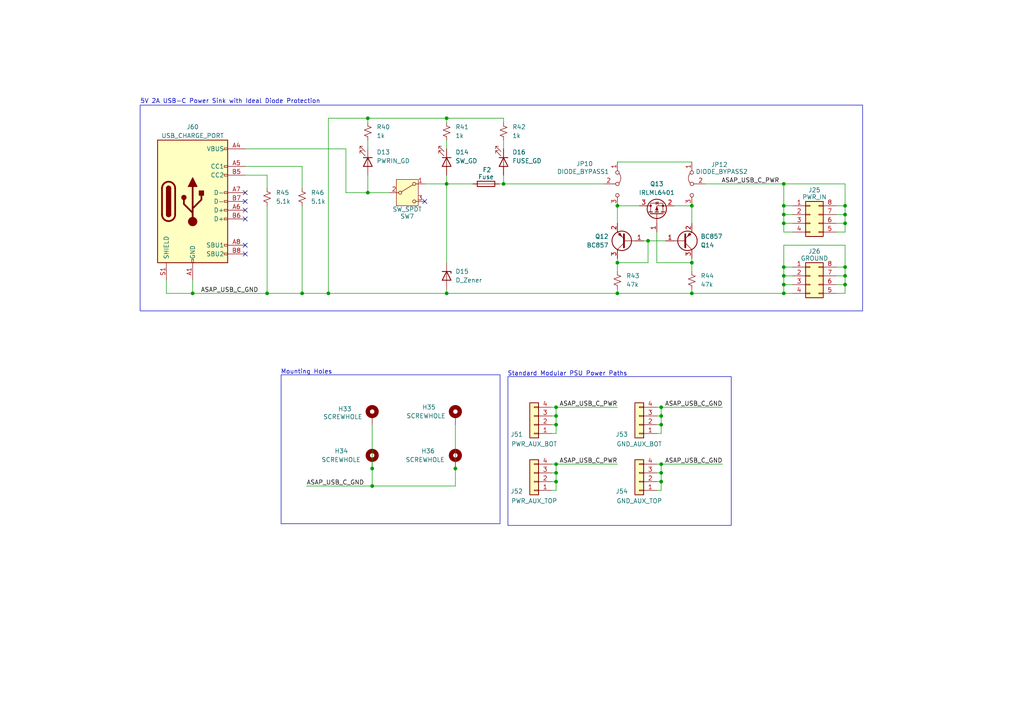
<source format=kicad_sch>
(kicad_sch
	(version 20250114)
	(generator "eeschema")
	(generator_version "9.0")
	(uuid "a67e8476-1255-4357-9610-f97bd13098cf")
	(paper "A4")
	(title_block
		(title "Modular PSU")
		(company "DanWave Design")
		(comment 1 "Design By: Daniel Manla")
		(comment 2 "Open Hardware")
	)
	(lib_symbols
		(symbol "Connector:USB_C_Receptacle_USB2.0"
			(pin_names
				(offset 1.016)
			)
			(exclude_from_sim no)
			(in_bom yes)
			(on_board yes)
			(property "Reference" "J"
				(at -10.16 19.05 0)
				(effects
					(font
						(size 1.27 1.27)
					)
					(justify left)
				)
			)
			(property "Value" "USB_C_Receptacle_USB2.0"
				(at 19.05 19.05 0)
				(effects
					(font
						(size 1.27 1.27)
					)
					(justify right)
				)
			)
			(property "Footprint" ""
				(at 3.81 0 0)
				(effects
					(font
						(size 1.27 1.27)
					)
					(hide yes)
				)
			)
			(property "Datasheet" "https://www.usb.org/sites/default/files/documents/usb_type-c.zip"
				(at 3.81 0 0)
				(effects
					(font
						(size 1.27 1.27)
					)
					(hide yes)
				)
			)
			(property "Description" "USB 2.0-only Type-C Receptacle connector"
				(at 0 0 0)
				(effects
					(font
						(size 1.27 1.27)
					)
					(hide yes)
				)
			)
			(property "ki_keywords" "usb universal serial bus type-C USB2.0"
				(at 0 0 0)
				(effects
					(font
						(size 1.27 1.27)
					)
					(hide yes)
				)
			)
			(property "ki_fp_filters" "USB*C*Receptacle*"
				(at 0 0 0)
				(effects
					(font
						(size 1.27 1.27)
					)
					(hide yes)
				)
			)
			(symbol "USB_C_Receptacle_USB2.0_0_0"
				(rectangle
					(start -0.254 -17.78)
					(end 0.254 -16.764)
					(stroke
						(width 0)
						(type default)
					)
					(fill
						(type none)
					)
				)
				(rectangle
					(start 10.16 15.494)
					(end 9.144 14.986)
					(stroke
						(width 0)
						(type default)
					)
					(fill
						(type none)
					)
				)
				(rectangle
					(start 10.16 10.414)
					(end 9.144 9.906)
					(stroke
						(width 0)
						(type default)
					)
					(fill
						(type none)
					)
				)
				(rectangle
					(start 10.16 7.874)
					(end 9.144 7.366)
					(stroke
						(width 0)
						(type default)
					)
					(fill
						(type none)
					)
				)
				(rectangle
					(start 10.16 2.794)
					(end 9.144 2.286)
					(stroke
						(width 0)
						(type default)
					)
					(fill
						(type none)
					)
				)
				(rectangle
					(start 10.16 0.254)
					(end 9.144 -0.254)
					(stroke
						(width 0)
						(type default)
					)
					(fill
						(type none)
					)
				)
				(rectangle
					(start 10.16 -2.286)
					(end 9.144 -2.794)
					(stroke
						(width 0)
						(type default)
					)
					(fill
						(type none)
					)
				)
				(rectangle
					(start 10.16 -4.826)
					(end 9.144 -5.334)
					(stroke
						(width 0)
						(type default)
					)
					(fill
						(type none)
					)
				)
				(rectangle
					(start 10.16 -12.446)
					(end 9.144 -12.954)
					(stroke
						(width 0)
						(type default)
					)
					(fill
						(type none)
					)
				)
				(rectangle
					(start 10.16 -14.986)
					(end 9.144 -15.494)
					(stroke
						(width 0)
						(type default)
					)
					(fill
						(type none)
					)
				)
			)
			(symbol "USB_C_Receptacle_USB2.0_0_1"
				(rectangle
					(start -10.16 17.78)
					(end 10.16 -17.78)
					(stroke
						(width 0.254)
						(type default)
					)
					(fill
						(type background)
					)
				)
				(polyline
					(pts
						(xy -8.89 -3.81) (xy -8.89 3.81)
					)
					(stroke
						(width 0.508)
						(type default)
					)
					(fill
						(type none)
					)
				)
				(rectangle
					(start -7.62 -3.81)
					(end -6.35 3.81)
					(stroke
						(width 0.254)
						(type default)
					)
					(fill
						(type outline)
					)
				)
				(arc
					(start -7.62 3.81)
					(mid -6.985 4.4422)
					(end -6.35 3.81)
					(stroke
						(width 0.254)
						(type default)
					)
					(fill
						(type none)
					)
				)
				(arc
					(start -7.62 3.81)
					(mid -6.985 4.4422)
					(end -6.35 3.81)
					(stroke
						(width 0.254)
						(type default)
					)
					(fill
						(type outline)
					)
				)
				(arc
					(start -8.89 3.81)
					(mid -6.985 5.7066)
					(end -5.08 3.81)
					(stroke
						(width 0.508)
						(type default)
					)
					(fill
						(type none)
					)
				)
				(arc
					(start -5.08 -3.81)
					(mid -6.985 -5.7066)
					(end -8.89 -3.81)
					(stroke
						(width 0.508)
						(type default)
					)
					(fill
						(type none)
					)
				)
				(arc
					(start -6.35 -3.81)
					(mid -6.985 -4.4422)
					(end -7.62 -3.81)
					(stroke
						(width 0.254)
						(type default)
					)
					(fill
						(type none)
					)
				)
				(arc
					(start -6.35 -3.81)
					(mid -6.985 -4.4422)
					(end -7.62 -3.81)
					(stroke
						(width 0.254)
						(type default)
					)
					(fill
						(type outline)
					)
				)
				(polyline
					(pts
						(xy -5.08 3.81) (xy -5.08 -3.81)
					)
					(stroke
						(width 0.508)
						(type default)
					)
					(fill
						(type none)
					)
				)
				(circle
					(center -2.54 1.143)
					(radius 0.635)
					(stroke
						(width 0.254)
						(type default)
					)
					(fill
						(type outline)
					)
				)
				(polyline
					(pts
						(xy -1.27 4.318) (xy 0 6.858) (xy 1.27 4.318) (xy -1.27 4.318)
					)
					(stroke
						(width 0.254)
						(type default)
					)
					(fill
						(type outline)
					)
				)
				(polyline
					(pts
						(xy 0 -2.032) (xy 2.54 0.508) (xy 2.54 1.778)
					)
					(stroke
						(width 0.508)
						(type default)
					)
					(fill
						(type none)
					)
				)
				(polyline
					(pts
						(xy 0 -3.302) (xy -2.54 -0.762) (xy -2.54 0.508)
					)
					(stroke
						(width 0.508)
						(type default)
					)
					(fill
						(type none)
					)
				)
				(polyline
					(pts
						(xy 0 -5.842) (xy 0 4.318)
					)
					(stroke
						(width 0.508)
						(type default)
					)
					(fill
						(type none)
					)
				)
				(circle
					(center 0 -5.842)
					(radius 1.27)
					(stroke
						(width 0)
						(type default)
					)
					(fill
						(type outline)
					)
				)
				(rectangle
					(start 1.905 1.778)
					(end 3.175 3.048)
					(stroke
						(width 0.254)
						(type default)
					)
					(fill
						(type outline)
					)
				)
			)
			(symbol "USB_C_Receptacle_USB2.0_1_1"
				(pin passive line
					(at -7.62 -22.86 90)
					(length 5.08)
					(name "SHIELD"
						(effects
							(font
								(size 1.27 1.27)
							)
						)
					)
					(number "S1"
						(effects
							(font
								(size 1.27 1.27)
							)
						)
					)
				)
				(pin passive line
					(at 0 -22.86 90)
					(length 5.08)
					(name "GND"
						(effects
							(font
								(size 1.27 1.27)
							)
						)
					)
					(number "A1"
						(effects
							(font
								(size 1.27 1.27)
							)
						)
					)
				)
				(pin passive line
					(at 0 -22.86 90)
					(length 5.08)
					(hide yes)
					(name "GND"
						(effects
							(font
								(size 1.27 1.27)
							)
						)
					)
					(number "A12"
						(effects
							(font
								(size 1.27 1.27)
							)
						)
					)
				)
				(pin passive line
					(at 0 -22.86 90)
					(length 5.08)
					(hide yes)
					(name "GND"
						(effects
							(font
								(size 1.27 1.27)
							)
						)
					)
					(number "B1"
						(effects
							(font
								(size 1.27 1.27)
							)
						)
					)
				)
				(pin passive line
					(at 0 -22.86 90)
					(length 5.08)
					(hide yes)
					(name "GND"
						(effects
							(font
								(size 1.27 1.27)
							)
						)
					)
					(number "B12"
						(effects
							(font
								(size 1.27 1.27)
							)
						)
					)
				)
				(pin passive line
					(at 15.24 15.24 180)
					(length 5.08)
					(name "VBUS"
						(effects
							(font
								(size 1.27 1.27)
							)
						)
					)
					(number "A4"
						(effects
							(font
								(size 1.27 1.27)
							)
						)
					)
				)
				(pin passive line
					(at 15.24 15.24 180)
					(length 5.08)
					(hide yes)
					(name "VBUS"
						(effects
							(font
								(size 1.27 1.27)
							)
						)
					)
					(number "A9"
						(effects
							(font
								(size 1.27 1.27)
							)
						)
					)
				)
				(pin passive line
					(at 15.24 15.24 180)
					(length 5.08)
					(hide yes)
					(name "VBUS"
						(effects
							(font
								(size 1.27 1.27)
							)
						)
					)
					(number "B4"
						(effects
							(font
								(size 1.27 1.27)
							)
						)
					)
				)
				(pin passive line
					(at 15.24 15.24 180)
					(length 5.08)
					(hide yes)
					(name "VBUS"
						(effects
							(font
								(size 1.27 1.27)
							)
						)
					)
					(number "B9"
						(effects
							(font
								(size 1.27 1.27)
							)
						)
					)
				)
				(pin bidirectional line
					(at 15.24 10.16 180)
					(length 5.08)
					(name "CC1"
						(effects
							(font
								(size 1.27 1.27)
							)
						)
					)
					(number "A5"
						(effects
							(font
								(size 1.27 1.27)
							)
						)
					)
				)
				(pin bidirectional line
					(at 15.24 7.62 180)
					(length 5.08)
					(name "CC2"
						(effects
							(font
								(size 1.27 1.27)
							)
						)
					)
					(number "B5"
						(effects
							(font
								(size 1.27 1.27)
							)
						)
					)
				)
				(pin bidirectional line
					(at 15.24 2.54 180)
					(length 5.08)
					(name "D-"
						(effects
							(font
								(size 1.27 1.27)
							)
						)
					)
					(number "A7"
						(effects
							(font
								(size 1.27 1.27)
							)
						)
					)
				)
				(pin bidirectional line
					(at 15.24 0 180)
					(length 5.08)
					(name "D-"
						(effects
							(font
								(size 1.27 1.27)
							)
						)
					)
					(number "B7"
						(effects
							(font
								(size 1.27 1.27)
							)
						)
					)
				)
				(pin bidirectional line
					(at 15.24 -2.54 180)
					(length 5.08)
					(name "D+"
						(effects
							(font
								(size 1.27 1.27)
							)
						)
					)
					(number "A6"
						(effects
							(font
								(size 1.27 1.27)
							)
						)
					)
				)
				(pin bidirectional line
					(at 15.24 -5.08 180)
					(length 5.08)
					(name "D+"
						(effects
							(font
								(size 1.27 1.27)
							)
						)
					)
					(number "B6"
						(effects
							(font
								(size 1.27 1.27)
							)
						)
					)
				)
				(pin bidirectional line
					(at 15.24 -12.7 180)
					(length 5.08)
					(name "SBU1"
						(effects
							(font
								(size 1.27 1.27)
							)
						)
					)
					(number "A8"
						(effects
							(font
								(size 1.27 1.27)
							)
						)
					)
				)
				(pin bidirectional line
					(at 15.24 -15.24 180)
					(length 5.08)
					(name "SBU2"
						(effects
							(font
								(size 1.27 1.27)
							)
						)
					)
					(number "B8"
						(effects
							(font
								(size 1.27 1.27)
							)
						)
					)
				)
			)
			(embedded_fonts no)
		)
		(symbol "Connector_Generic:Conn_01x04"
			(pin_names
				(offset 1.016)
				(hide yes)
			)
			(exclude_from_sim no)
			(in_bom yes)
			(on_board yes)
			(property "Reference" "J"
				(at 0 5.08 0)
				(effects
					(font
						(size 1.27 1.27)
					)
				)
			)
			(property "Value" "Conn_01x04"
				(at 0 -7.62 0)
				(effects
					(font
						(size 1.27 1.27)
					)
				)
			)
			(property "Footprint" ""
				(at 0 0 0)
				(effects
					(font
						(size 1.27 1.27)
					)
					(hide yes)
				)
			)
			(property "Datasheet" "~"
				(at 0 0 0)
				(effects
					(font
						(size 1.27 1.27)
					)
					(hide yes)
				)
			)
			(property "Description" "Generic connector, single row, 01x04, script generated (kicad-library-utils/schlib/autogen/connector/)"
				(at 0 0 0)
				(effects
					(font
						(size 1.27 1.27)
					)
					(hide yes)
				)
			)
			(property "ki_keywords" "connector"
				(at 0 0 0)
				(effects
					(font
						(size 1.27 1.27)
					)
					(hide yes)
				)
			)
			(property "ki_fp_filters" "Connector*:*_1x??_*"
				(at 0 0 0)
				(effects
					(font
						(size 1.27 1.27)
					)
					(hide yes)
				)
			)
			(symbol "Conn_01x04_1_1"
				(rectangle
					(start -1.27 3.81)
					(end 1.27 -6.35)
					(stroke
						(width 0.254)
						(type default)
					)
					(fill
						(type background)
					)
				)
				(rectangle
					(start -1.27 2.667)
					(end 0 2.413)
					(stroke
						(width 0.1524)
						(type default)
					)
					(fill
						(type none)
					)
				)
				(rectangle
					(start -1.27 0.127)
					(end 0 -0.127)
					(stroke
						(width 0.1524)
						(type default)
					)
					(fill
						(type none)
					)
				)
				(rectangle
					(start -1.27 -2.413)
					(end 0 -2.667)
					(stroke
						(width 0.1524)
						(type default)
					)
					(fill
						(type none)
					)
				)
				(rectangle
					(start -1.27 -4.953)
					(end 0 -5.207)
					(stroke
						(width 0.1524)
						(type default)
					)
					(fill
						(type none)
					)
				)
				(pin passive line
					(at -5.08 2.54 0)
					(length 3.81)
					(name "Pin_1"
						(effects
							(font
								(size 1.27 1.27)
							)
						)
					)
					(number "1"
						(effects
							(font
								(size 1.27 1.27)
							)
						)
					)
				)
				(pin passive line
					(at -5.08 0 0)
					(length 3.81)
					(name "Pin_2"
						(effects
							(font
								(size 1.27 1.27)
							)
						)
					)
					(number "2"
						(effects
							(font
								(size 1.27 1.27)
							)
						)
					)
				)
				(pin passive line
					(at -5.08 -2.54 0)
					(length 3.81)
					(name "Pin_3"
						(effects
							(font
								(size 1.27 1.27)
							)
						)
					)
					(number "3"
						(effects
							(font
								(size 1.27 1.27)
							)
						)
					)
				)
				(pin passive line
					(at -5.08 -5.08 0)
					(length 3.81)
					(name "Pin_4"
						(effects
							(font
								(size 1.27 1.27)
							)
						)
					)
					(number "4"
						(effects
							(font
								(size 1.27 1.27)
							)
						)
					)
				)
			)
			(embedded_fonts no)
		)
		(symbol "Connector_Generic:Conn_02x04_Counter_Clockwise"
			(pin_names
				(offset 1.016)
				(hide yes)
			)
			(exclude_from_sim no)
			(in_bom yes)
			(on_board yes)
			(property "Reference" "J"
				(at 1.27 5.08 0)
				(effects
					(font
						(size 1.27 1.27)
					)
				)
			)
			(property "Value" "Conn_02x04_Counter_Clockwise"
				(at 1.27 -7.62 0)
				(effects
					(font
						(size 1.27 1.27)
					)
				)
			)
			(property "Footprint" ""
				(at 0 0 0)
				(effects
					(font
						(size 1.27 1.27)
					)
					(hide yes)
				)
			)
			(property "Datasheet" "~"
				(at 0 0 0)
				(effects
					(font
						(size 1.27 1.27)
					)
					(hide yes)
				)
			)
			(property "Description" "Generic connector, double row, 02x04, counter clockwise pin numbering scheme (similar to DIP package numbering), script generated (kicad-library-utils/schlib/autogen/connector/)"
				(at 0 0 0)
				(effects
					(font
						(size 1.27 1.27)
					)
					(hide yes)
				)
			)
			(property "ki_keywords" "connector"
				(at 0 0 0)
				(effects
					(font
						(size 1.27 1.27)
					)
					(hide yes)
				)
			)
			(property "ki_fp_filters" "Connector*:*_2x??_*"
				(at 0 0 0)
				(effects
					(font
						(size 1.27 1.27)
					)
					(hide yes)
				)
			)
			(symbol "Conn_02x04_Counter_Clockwise_1_1"
				(rectangle
					(start -1.27 3.81)
					(end 3.81 -6.35)
					(stroke
						(width 0.254)
						(type default)
					)
					(fill
						(type background)
					)
				)
				(rectangle
					(start -1.27 2.667)
					(end 0 2.413)
					(stroke
						(width 0.1524)
						(type default)
					)
					(fill
						(type none)
					)
				)
				(rectangle
					(start -1.27 0.127)
					(end 0 -0.127)
					(stroke
						(width 0.1524)
						(type default)
					)
					(fill
						(type none)
					)
				)
				(rectangle
					(start -1.27 -2.413)
					(end 0 -2.667)
					(stroke
						(width 0.1524)
						(type default)
					)
					(fill
						(type none)
					)
				)
				(rectangle
					(start -1.27 -4.953)
					(end 0 -5.207)
					(stroke
						(width 0.1524)
						(type default)
					)
					(fill
						(type none)
					)
				)
				(rectangle
					(start 3.81 2.667)
					(end 2.54 2.413)
					(stroke
						(width 0.1524)
						(type default)
					)
					(fill
						(type none)
					)
				)
				(rectangle
					(start 3.81 0.127)
					(end 2.54 -0.127)
					(stroke
						(width 0.1524)
						(type default)
					)
					(fill
						(type none)
					)
				)
				(rectangle
					(start 3.81 -2.413)
					(end 2.54 -2.667)
					(stroke
						(width 0.1524)
						(type default)
					)
					(fill
						(type none)
					)
				)
				(rectangle
					(start 3.81 -4.953)
					(end 2.54 -5.207)
					(stroke
						(width 0.1524)
						(type default)
					)
					(fill
						(type none)
					)
				)
				(pin passive line
					(at -5.08 2.54 0)
					(length 3.81)
					(name "Pin_1"
						(effects
							(font
								(size 1.27 1.27)
							)
						)
					)
					(number "1"
						(effects
							(font
								(size 1.27 1.27)
							)
						)
					)
				)
				(pin passive line
					(at -5.08 0 0)
					(length 3.81)
					(name "Pin_2"
						(effects
							(font
								(size 1.27 1.27)
							)
						)
					)
					(number "2"
						(effects
							(font
								(size 1.27 1.27)
							)
						)
					)
				)
				(pin passive line
					(at -5.08 -2.54 0)
					(length 3.81)
					(name "Pin_3"
						(effects
							(font
								(size 1.27 1.27)
							)
						)
					)
					(number "3"
						(effects
							(font
								(size 1.27 1.27)
							)
						)
					)
				)
				(pin passive line
					(at -5.08 -5.08 0)
					(length 3.81)
					(name "Pin_4"
						(effects
							(font
								(size 1.27 1.27)
							)
						)
					)
					(number "4"
						(effects
							(font
								(size 1.27 1.27)
							)
						)
					)
				)
				(pin passive line
					(at 7.62 2.54 180)
					(length 3.81)
					(name "Pin_8"
						(effects
							(font
								(size 1.27 1.27)
							)
						)
					)
					(number "8"
						(effects
							(font
								(size 1.27 1.27)
							)
						)
					)
				)
				(pin passive line
					(at 7.62 0 180)
					(length 3.81)
					(name "Pin_7"
						(effects
							(font
								(size 1.27 1.27)
							)
						)
					)
					(number "7"
						(effects
							(font
								(size 1.27 1.27)
							)
						)
					)
				)
				(pin passive line
					(at 7.62 -2.54 180)
					(length 3.81)
					(name "Pin_6"
						(effects
							(font
								(size 1.27 1.27)
							)
						)
					)
					(number "6"
						(effects
							(font
								(size 1.27 1.27)
							)
						)
					)
				)
				(pin passive line
					(at 7.62 -5.08 180)
					(length 3.81)
					(name "Pin_5"
						(effects
							(font
								(size 1.27 1.27)
							)
						)
					)
					(number "5"
						(effects
							(font
								(size 1.27 1.27)
							)
						)
					)
				)
			)
			(embedded_fonts no)
		)
		(symbol "Device:D_Zener"
			(pin_numbers
				(hide yes)
			)
			(pin_names
				(offset 1.016)
				(hide yes)
			)
			(exclude_from_sim no)
			(in_bom yes)
			(on_board yes)
			(property "Reference" "D"
				(at 0 2.54 0)
				(effects
					(font
						(size 1.27 1.27)
					)
				)
			)
			(property "Value" "D_Zener"
				(at 0 -2.54 0)
				(effects
					(font
						(size 1.27 1.27)
					)
				)
			)
			(property "Footprint" ""
				(at 0 0 0)
				(effects
					(font
						(size 1.27 1.27)
					)
					(hide yes)
				)
			)
			(property "Datasheet" "~"
				(at 0 0 0)
				(effects
					(font
						(size 1.27 1.27)
					)
					(hide yes)
				)
			)
			(property "Description" "Zener diode"
				(at 0 0 0)
				(effects
					(font
						(size 1.27 1.27)
					)
					(hide yes)
				)
			)
			(property "ki_keywords" "diode"
				(at 0 0 0)
				(effects
					(font
						(size 1.27 1.27)
					)
					(hide yes)
				)
			)
			(property "ki_fp_filters" "TO-???* *_Diode_* *SingleDiode* D_*"
				(at 0 0 0)
				(effects
					(font
						(size 1.27 1.27)
					)
					(hide yes)
				)
			)
			(symbol "D_Zener_0_1"
				(polyline
					(pts
						(xy -1.27 -1.27) (xy -1.27 1.27) (xy -0.762 1.27)
					)
					(stroke
						(width 0.254)
						(type default)
					)
					(fill
						(type none)
					)
				)
				(polyline
					(pts
						(xy 1.27 0) (xy -1.27 0)
					)
					(stroke
						(width 0)
						(type default)
					)
					(fill
						(type none)
					)
				)
				(polyline
					(pts
						(xy 1.27 -1.27) (xy 1.27 1.27) (xy -1.27 0) (xy 1.27 -1.27)
					)
					(stroke
						(width 0.254)
						(type default)
					)
					(fill
						(type none)
					)
				)
			)
			(symbol "D_Zener_1_1"
				(pin passive line
					(at -3.81 0 0)
					(length 2.54)
					(name "K"
						(effects
							(font
								(size 1.27 1.27)
							)
						)
					)
					(number "1"
						(effects
							(font
								(size 1.27 1.27)
							)
						)
					)
				)
				(pin passive line
					(at 3.81 0 180)
					(length 2.54)
					(name "A"
						(effects
							(font
								(size 1.27 1.27)
							)
						)
					)
					(number "2"
						(effects
							(font
								(size 1.27 1.27)
							)
						)
					)
				)
			)
			(embedded_fonts no)
		)
		(symbol "Device:Fuse"
			(pin_numbers
				(hide yes)
			)
			(pin_names
				(offset 0)
			)
			(exclude_from_sim no)
			(in_bom yes)
			(on_board yes)
			(property "Reference" "F"
				(at 2.032 0 90)
				(effects
					(font
						(size 1.27 1.27)
					)
				)
			)
			(property "Value" "Fuse"
				(at -1.905 0 90)
				(effects
					(font
						(size 1.27 1.27)
					)
				)
			)
			(property "Footprint" ""
				(at -1.778 0 90)
				(effects
					(font
						(size 1.27 1.27)
					)
					(hide yes)
				)
			)
			(property "Datasheet" "~"
				(at 0 0 0)
				(effects
					(font
						(size 1.27 1.27)
					)
					(hide yes)
				)
			)
			(property "Description" "Fuse"
				(at 0 0 0)
				(effects
					(font
						(size 1.27 1.27)
					)
					(hide yes)
				)
			)
			(property "ki_keywords" "fuse"
				(at 0 0 0)
				(effects
					(font
						(size 1.27 1.27)
					)
					(hide yes)
				)
			)
			(property "ki_fp_filters" "*Fuse*"
				(at 0 0 0)
				(effects
					(font
						(size 1.27 1.27)
					)
					(hide yes)
				)
			)
			(symbol "Fuse_0_1"
				(rectangle
					(start -0.762 -2.54)
					(end 0.762 2.54)
					(stroke
						(width 0.254)
						(type default)
					)
					(fill
						(type none)
					)
				)
				(polyline
					(pts
						(xy 0 2.54) (xy 0 -2.54)
					)
					(stroke
						(width 0)
						(type default)
					)
					(fill
						(type none)
					)
				)
			)
			(symbol "Fuse_1_1"
				(pin passive line
					(at 0 3.81 270)
					(length 1.27)
					(name "~"
						(effects
							(font
								(size 1.27 1.27)
							)
						)
					)
					(number "1"
						(effects
							(font
								(size 1.27 1.27)
							)
						)
					)
				)
				(pin passive line
					(at 0 -3.81 90)
					(length 1.27)
					(name "~"
						(effects
							(font
								(size 1.27 1.27)
							)
						)
					)
					(number "2"
						(effects
							(font
								(size 1.27 1.27)
							)
						)
					)
				)
			)
			(embedded_fonts no)
		)
		(symbol "Device:LED"
			(pin_numbers
				(hide yes)
			)
			(pin_names
				(offset 1.016)
				(hide yes)
			)
			(exclude_from_sim no)
			(in_bom yes)
			(on_board yes)
			(property "Reference" "D"
				(at 0 2.54 0)
				(effects
					(font
						(size 1.27 1.27)
					)
				)
			)
			(property "Value" "LED"
				(at 0 -2.54 0)
				(effects
					(font
						(size 1.27 1.27)
					)
				)
			)
			(property "Footprint" ""
				(at 0 0 0)
				(effects
					(font
						(size 1.27 1.27)
					)
					(hide yes)
				)
			)
			(property "Datasheet" "~"
				(at 0 0 0)
				(effects
					(font
						(size 1.27 1.27)
					)
					(hide yes)
				)
			)
			(property "Description" "Light emitting diode"
				(at 0 0 0)
				(effects
					(font
						(size 1.27 1.27)
					)
					(hide yes)
				)
			)
			(property "Sim.Pins" "1=K 2=A"
				(at 0 0 0)
				(effects
					(font
						(size 1.27 1.27)
					)
					(hide yes)
				)
			)
			(property "ki_keywords" "LED diode"
				(at 0 0 0)
				(effects
					(font
						(size 1.27 1.27)
					)
					(hide yes)
				)
			)
			(property "ki_fp_filters" "LED* LED_SMD:* LED_THT:*"
				(at 0 0 0)
				(effects
					(font
						(size 1.27 1.27)
					)
					(hide yes)
				)
			)
			(symbol "LED_0_1"
				(polyline
					(pts
						(xy -3.048 -0.762) (xy -4.572 -2.286) (xy -3.81 -2.286) (xy -4.572 -2.286) (xy -4.572 -1.524)
					)
					(stroke
						(width 0)
						(type default)
					)
					(fill
						(type none)
					)
				)
				(polyline
					(pts
						(xy -1.778 -0.762) (xy -3.302 -2.286) (xy -2.54 -2.286) (xy -3.302 -2.286) (xy -3.302 -1.524)
					)
					(stroke
						(width 0)
						(type default)
					)
					(fill
						(type none)
					)
				)
				(polyline
					(pts
						(xy -1.27 0) (xy 1.27 0)
					)
					(stroke
						(width 0)
						(type default)
					)
					(fill
						(type none)
					)
				)
				(polyline
					(pts
						(xy -1.27 -1.27) (xy -1.27 1.27)
					)
					(stroke
						(width 0.254)
						(type default)
					)
					(fill
						(type none)
					)
				)
				(polyline
					(pts
						(xy 1.27 -1.27) (xy 1.27 1.27) (xy -1.27 0) (xy 1.27 -1.27)
					)
					(stroke
						(width 0.254)
						(type default)
					)
					(fill
						(type none)
					)
				)
			)
			(symbol "LED_1_1"
				(pin passive line
					(at -3.81 0 0)
					(length 2.54)
					(name "K"
						(effects
							(font
								(size 1.27 1.27)
							)
						)
					)
					(number "1"
						(effects
							(font
								(size 1.27 1.27)
							)
						)
					)
				)
				(pin passive line
					(at 3.81 0 180)
					(length 2.54)
					(name "A"
						(effects
							(font
								(size 1.27 1.27)
							)
						)
					)
					(number "2"
						(effects
							(font
								(size 1.27 1.27)
							)
						)
					)
				)
			)
			(embedded_fonts no)
		)
		(symbol "Device:R_Small_US"
			(pin_numbers
				(hide yes)
			)
			(pin_names
				(offset 0.254)
				(hide yes)
			)
			(exclude_from_sim no)
			(in_bom yes)
			(on_board yes)
			(property "Reference" "R"
				(at 0.762 0.508 0)
				(effects
					(font
						(size 1.27 1.27)
					)
					(justify left)
				)
			)
			(property "Value" "R_Small_US"
				(at 0.762 -1.016 0)
				(effects
					(font
						(size 1.27 1.27)
					)
					(justify left)
				)
			)
			(property "Footprint" ""
				(at 0 0 0)
				(effects
					(font
						(size 1.27 1.27)
					)
					(hide yes)
				)
			)
			(property "Datasheet" "~"
				(at 0 0 0)
				(effects
					(font
						(size 1.27 1.27)
					)
					(hide yes)
				)
			)
			(property "Description" "Resistor, small US symbol"
				(at 0 0 0)
				(effects
					(font
						(size 1.27 1.27)
					)
					(hide yes)
				)
			)
			(property "ki_keywords" "r resistor"
				(at 0 0 0)
				(effects
					(font
						(size 1.27 1.27)
					)
					(hide yes)
				)
			)
			(property "ki_fp_filters" "R_*"
				(at 0 0 0)
				(effects
					(font
						(size 1.27 1.27)
					)
					(hide yes)
				)
			)
			(symbol "R_Small_US_1_1"
				(polyline
					(pts
						(xy 0 1.524) (xy 1.016 1.143) (xy 0 0.762) (xy -1.016 0.381) (xy 0 0)
					)
					(stroke
						(width 0)
						(type default)
					)
					(fill
						(type none)
					)
				)
				(polyline
					(pts
						(xy 0 0) (xy 1.016 -0.381) (xy 0 -0.762) (xy -1.016 -1.143) (xy 0 -1.524)
					)
					(stroke
						(width 0)
						(type default)
					)
					(fill
						(type none)
					)
				)
				(pin passive line
					(at 0 2.54 270)
					(length 1.016)
					(name "~"
						(effects
							(font
								(size 1.27 1.27)
							)
						)
					)
					(number "1"
						(effects
							(font
								(size 1.27 1.27)
							)
						)
					)
				)
				(pin passive line
					(at 0 -2.54 90)
					(length 1.016)
					(name "~"
						(effects
							(font
								(size 1.27 1.27)
							)
						)
					)
					(number "2"
						(effects
							(font
								(size 1.27 1.27)
							)
						)
					)
				)
			)
			(embedded_fonts no)
		)
		(symbol "Jumper:Jumper_3_Bridged12"
			(pin_names
				(offset 0)
				(hide yes)
			)
			(exclude_from_sim yes)
			(in_bom no)
			(on_board yes)
			(property "Reference" "JP"
				(at -2.54 -2.54 0)
				(effects
					(font
						(size 1.27 1.27)
					)
				)
			)
			(property "Value" "Jumper_3_Bridged12"
				(at 0 2.794 0)
				(effects
					(font
						(size 1.27 1.27)
					)
				)
			)
			(property "Footprint" ""
				(at 0 0 0)
				(effects
					(font
						(size 1.27 1.27)
					)
					(hide yes)
				)
			)
			(property "Datasheet" "~"
				(at 0 0 0)
				(effects
					(font
						(size 1.27 1.27)
					)
					(hide yes)
				)
			)
			(property "Description" "Jumper, 3-pole, pins 1+2 closed/bridged"
				(at 0 0 0)
				(effects
					(font
						(size 1.27 1.27)
					)
					(hide yes)
				)
			)
			(property "ki_keywords" "Jumper SPDT"
				(at 0 0 0)
				(effects
					(font
						(size 1.27 1.27)
					)
					(hide yes)
				)
			)
			(property "ki_fp_filters" "Jumper* TestPoint*3Pads* TestPoint*Bridge*"
				(at 0 0 0)
				(effects
					(font
						(size 1.27 1.27)
					)
					(hide yes)
				)
			)
			(symbol "Jumper_3_Bridged12_0_0"
				(circle
					(center -3.302 0)
					(radius 0.508)
					(stroke
						(width 0)
						(type default)
					)
					(fill
						(type none)
					)
				)
				(circle
					(center 0 0)
					(radius 0.508)
					(stroke
						(width 0)
						(type default)
					)
					(fill
						(type none)
					)
				)
				(circle
					(center 3.302 0)
					(radius 0.508)
					(stroke
						(width 0)
						(type default)
					)
					(fill
						(type none)
					)
				)
			)
			(symbol "Jumper_3_Bridged12_0_1"
				(arc
					(start -3.048 0.508)
					(mid -1.651 0.9912)
					(end -0.254 0.508)
					(stroke
						(width 0)
						(type default)
					)
					(fill
						(type none)
					)
				)
				(polyline
					(pts
						(xy 0 -1.27) (xy 0 -0.508)
					)
					(stroke
						(width 0)
						(type default)
					)
					(fill
						(type none)
					)
				)
			)
			(symbol "Jumper_3_Bridged12_1_1"
				(pin passive line
					(at -6.35 0 0)
					(length 2.54)
					(name "A"
						(effects
							(font
								(size 1.27 1.27)
							)
						)
					)
					(number "1"
						(effects
							(font
								(size 1.27 1.27)
							)
						)
					)
				)
				(pin passive line
					(at 0 -3.81 90)
					(length 2.54)
					(name "C"
						(effects
							(font
								(size 1.27 1.27)
							)
						)
					)
					(number "2"
						(effects
							(font
								(size 1.27 1.27)
							)
						)
					)
				)
				(pin passive line
					(at 6.35 0 180)
					(length 2.54)
					(name "B"
						(effects
							(font
								(size 1.27 1.27)
							)
						)
					)
					(number "3"
						(effects
							(font
								(size 1.27 1.27)
							)
						)
					)
				)
			)
			(embedded_fonts no)
		)
		(symbol "Mechanical:MountingHole_Pad"
			(pin_numbers
				(hide yes)
			)
			(pin_names
				(offset 1.016)
				(hide yes)
			)
			(exclude_from_sim yes)
			(in_bom no)
			(on_board yes)
			(property "Reference" "H"
				(at 0 6.35 0)
				(effects
					(font
						(size 1.27 1.27)
					)
				)
			)
			(property "Value" "MountingHole_Pad"
				(at 0 4.445 0)
				(effects
					(font
						(size 1.27 1.27)
					)
				)
			)
			(property "Footprint" ""
				(at 0 0 0)
				(effects
					(font
						(size 1.27 1.27)
					)
					(hide yes)
				)
			)
			(property "Datasheet" "~"
				(at 0 0 0)
				(effects
					(font
						(size 1.27 1.27)
					)
					(hide yes)
				)
			)
			(property "Description" "Mounting Hole with connection"
				(at 0 0 0)
				(effects
					(font
						(size 1.27 1.27)
					)
					(hide yes)
				)
			)
			(property "ki_keywords" "mounting hole"
				(at 0 0 0)
				(effects
					(font
						(size 1.27 1.27)
					)
					(hide yes)
				)
			)
			(property "ki_fp_filters" "MountingHole*Pad*"
				(at 0 0 0)
				(effects
					(font
						(size 1.27 1.27)
					)
					(hide yes)
				)
			)
			(symbol "MountingHole_Pad_0_1"
				(circle
					(center 0 1.27)
					(radius 1.27)
					(stroke
						(width 1.27)
						(type default)
					)
					(fill
						(type none)
					)
				)
			)
			(symbol "MountingHole_Pad_1_1"
				(pin input line
					(at 0 -2.54 90)
					(length 2.54)
					(name "1"
						(effects
							(font
								(size 1.27 1.27)
							)
						)
					)
					(number "1"
						(effects
							(font
								(size 1.27 1.27)
							)
						)
					)
				)
			)
			(embedded_fonts no)
		)
		(symbol "Switch:SW_SPDT"
			(pin_names
				(offset 0)
				(hide yes)
			)
			(exclude_from_sim no)
			(in_bom yes)
			(on_board yes)
			(property "Reference" "SW"
				(at 0 5.08 0)
				(effects
					(font
						(size 1.27 1.27)
					)
				)
			)
			(property "Value" "SW_SPDT"
				(at 0 -5.08 0)
				(effects
					(font
						(size 1.27 1.27)
					)
				)
			)
			(property "Footprint" ""
				(at 0 0 0)
				(effects
					(font
						(size 1.27 1.27)
					)
					(hide yes)
				)
			)
			(property "Datasheet" "~"
				(at 0 -7.62 0)
				(effects
					(font
						(size 1.27 1.27)
					)
					(hide yes)
				)
			)
			(property "Description" "Switch, single pole double throw"
				(at 0 0 0)
				(effects
					(font
						(size 1.27 1.27)
					)
					(hide yes)
				)
			)
			(property "ki_keywords" "switch single-pole double-throw spdt ON-ON"
				(at 0 0 0)
				(effects
					(font
						(size 1.27 1.27)
					)
					(hide yes)
				)
			)
			(symbol "SW_SPDT_0_1"
				(circle
					(center -2.032 0)
					(radius 0.4572)
					(stroke
						(width 0)
						(type default)
					)
					(fill
						(type none)
					)
				)
				(polyline
					(pts
						(xy -1.651 0.254) (xy 1.651 2.286)
					)
					(stroke
						(width 0)
						(type default)
					)
					(fill
						(type none)
					)
				)
				(circle
					(center 2.032 2.54)
					(radius 0.4572)
					(stroke
						(width 0)
						(type default)
					)
					(fill
						(type none)
					)
				)
				(circle
					(center 2.032 -2.54)
					(radius 0.4572)
					(stroke
						(width 0)
						(type default)
					)
					(fill
						(type none)
					)
				)
			)
			(symbol "SW_SPDT_1_1"
				(rectangle
					(start -3.175 3.81)
					(end 3.175 -3.81)
					(stroke
						(width 0)
						(type default)
					)
					(fill
						(type background)
					)
				)
				(pin passive line
					(at -5.08 0 0)
					(length 2.54)
					(name "B"
						(effects
							(font
								(size 1.27 1.27)
							)
						)
					)
					(number "2"
						(effects
							(font
								(size 1.27 1.27)
							)
						)
					)
				)
				(pin passive line
					(at 5.08 2.54 180)
					(length 2.54)
					(name "A"
						(effects
							(font
								(size 1.27 1.27)
							)
						)
					)
					(number "1"
						(effects
							(font
								(size 1.27 1.27)
							)
						)
					)
				)
				(pin passive line
					(at 5.08 -2.54 180)
					(length 2.54)
					(name "C"
						(effects
							(font
								(size 1.27 1.27)
							)
						)
					)
					(number "3"
						(effects
							(font
								(size 1.27 1.27)
							)
						)
					)
				)
			)
			(embedded_fonts no)
		)
		(symbol "Transistor_BJT:BC857"
			(pin_names
				(offset 0)
				(hide yes)
			)
			(exclude_from_sim no)
			(in_bom yes)
			(on_board yes)
			(property "Reference" "Q"
				(at 5.08 1.905 0)
				(effects
					(font
						(size 1.27 1.27)
					)
					(justify left)
				)
			)
			(property "Value" "BC857"
				(at 5.08 0 0)
				(effects
					(font
						(size 1.27 1.27)
					)
					(justify left)
				)
			)
			(property "Footprint" "Package_TO_SOT_SMD:SOT-23"
				(at 5.08 -1.905 0)
				(effects
					(font
						(size 1.27 1.27)
						(italic yes)
					)
					(justify left)
					(hide yes)
				)
			)
			(property "Datasheet" "https://www.onsemi.com/pub/Collateral/BC860-D.pdf"
				(at 0 0 0)
				(effects
					(font
						(size 1.27 1.27)
					)
					(justify left)
					(hide yes)
				)
			)
			(property "Description" "0.1A Ic, 45V Vce, PNP Transistor, SOT-23"
				(at 0 0 0)
				(effects
					(font
						(size 1.27 1.27)
					)
					(hide yes)
				)
			)
			(property "ki_keywords" "PNP transistor"
				(at 0 0 0)
				(effects
					(font
						(size 1.27 1.27)
					)
					(hide yes)
				)
			)
			(property "ki_fp_filters" "SOT?23*"
				(at 0 0 0)
				(effects
					(font
						(size 1.27 1.27)
					)
					(hide yes)
				)
			)
			(symbol "BC857_0_1"
				(polyline
					(pts
						(xy -2.54 0) (xy 0.635 0)
					)
					(stroke
						(width 0)
						(type default)
					)
					(fill
						(type none)
					)
				)
				(polyline
					(pts
						(xy 0.635 1.905) (xy 0.635 -1.905)
					)
					(stroke
						(width 0.508)
						(type default)
					)
					(fill
						(type none)
					)
				)
				(polyline
					(pts
						(xy 0.635 0.635) (xy 2.54 2.54)
					)
					(stroke
						(width 0)
						(type default)
					)
					(fill
						(type none)
					)
				)
				(polyline
					(pts
						(xy 0.635 -0.635) (xy 2.54 -2.54)
					)
					(stroke
						(width 0)
						(type default)
					)
					(fill
						(type none)
					)
				)
				(circle
					(center 1.27 0)
					(radius 2.8194)
					(stroke
						(width 0.254)
						(type default)
					)
					(fill
						(type none)
					)
				)
				(polyline
					(pts
						(xy 2.286 -1.778) (xy 1.778 -2.286) (xy 1.27 -1.27) (xy 2.286 -1.778)
					)
					(stroke
						(width 0)
						(type default)
					)
					(fill
						(type outline)
					)
				)
			)
			(symbol "BC857_1_1"
				(pin input line
					(at -5.08 0 0)
					(length 2.54)
					(name "B"
						(effects
							(font
								(size 1.27 1.27)
							)
						)
					)
					(number "1"
						(effects
							(font
								(size 1.27 1.27)
							)
						)
					)
				)
				(pin passive line
					(at 2.54 5.08 270)
					(length 2.54)
					(name "C"
						(effects
							(font
								(size 1.27 1.27)
							)
						)
					)
					(number "3"
						(effects
							(font
								(size 1.27 1.27)
							)
						)
					)
				)
				(pin passive line
					(at 2.54 -5.08 90)
					(length 2.54)
					(name "E"
						(effects
							(font
								(size 1.27 1.27)
							)
						)
					)
					(number "2"
						(effects
							(font
								(size 1.27 1.27)
							)
						)
					)
				)
			)
			(embedded_fonts no)
		)
		(symbol "Transistor_FET:IRLML6401"
			(pin_names
				(hide yes)
			)
			(exclude_from_sim no)
			(in_bom yes)
			(on_board yes)
			(property "Reference" "Q"
				(at 5.08 1.905 0)
				(effects
					(font
						(size 1.27 1.27)
					)
					(justify left)
				)
			)
			(property "Value" "IRLML6401"
				(at 5.08 0 0)
				(effects
					(font
						(size 1.27 1.27)
					)
					(justify left)
				)
			)
			(property "Footprint" "Package_TO_SOT_SMD:SOT-23"
				(at 5.08 -1.905 0)
				(effects
					(font
						(size 1.27 1.27)
						(italic yes)
					)
					(justify left)
					(hide yes)
				)
			)
			(property "Datasheet" "https://www.infineon.com/dgdl/irlml6401pbf.pdf?fileId=5546d462533600a401535668b96d2634"
				(at 5.08 -3.81 0)
				(effects
					(font
						(size 1.27 1.27)
					)
					(justify left)
					(hide yes)
				)
			)
			(property "Description" "-4.3A Id, -12V Vds, 50mOhm Rds, P-Channel HEXFET Power MOSFET, SOT-23"
				(at 0 0 0)
				(effects
					(font
						(size 1.27 1.27)
					)
					(hide yes)
				)
			)
			(property "ki_keywords" "P-Channel HEXFET MOSFET Logic-Level"
				(at 0 0 0)
				(effects
					(font
						(size 1.27 1.27)
					)
					(hide yes)
				)
			)
			(property "ki_fp_filters" "SOT?23*"
				(at 0 0 0)
				(effects
					(font
						(size 1.27 1.27)
					)
					(hide yes)
				)
			)
			(symbol "IRLML6401_0_1"
				(polyline
					(pts
						(xy 0.254 1.905) (xy 0.254 -1.905)
					)
					(stroke
						(width 0.254)
						(type default)
					)
					(fill
						(type none)
					)
				)
				(polyline
					(pts
						(xy 0.254 0) (xy -2.54 0)
					)
					(stroke
						(width 0)
						(type default)
					)
					(fill
						(type none)
					)
				)
				(polyline
					(pts
						(xy 0.762 2.286) (xy 0.762 1.27)
					)
					(stroke
						(width 0.254)
						(type default)
					)
					(fill
						(type none)
					)
				)
				(polyline
					(pts
						(xy 0.762 1.778) (xy 3.302 1.778) (xy 3.302 -1.778) (xy 0.762 -1.778)
					)
					(stroke
						(width 0)
						(type default)
					)
					(fill
						(type none)
					)
				)
				(polyline
					(pts
						(xy 0.762 0.508) (xy 0.762 -0.508)
					)
					(stroke
						(width 0.254)
						(type default)
					)
					(fill
						(type none)
					)
				)
				(polyline
					(pts
						(xy 0.762 -1.27) (xy 0.762 -2.286)
					)
					(stroke
						(width 0.254)
						(type default)
					)
					(fill
						(type none)
					)
				)
				(circle
					(center 1.651 0)
					(radius 2.794)
					(stroke
						(width 0.254)
						(type default)
					)
					(fill
						(type none)
					)
				)
				(polyline
					(pts
						(xy 2.286 0) (xy 1.27 0.381) (xy 1.27 -0.381) (xy 2.286 0)
					)
					(stroke
						(width 0)
						(type default)
					)
					(fill
						(type outline)
					)
				)
				(polyline
					(pts
						(xy 2.54 2.54) (xy 2.54 1.778)
					)
					(stroke
						(width 0)
						(type default)
					)
					(fill
						(type none)
					)
				)
				(circle
					(center 2.54 1.778)
					(radius 0.254)
					(stroke
						(width 0)
						(type default)
					)
					(fill
						(type outline)
					)
				)
				(circle
					(center 2.54 -1.778)
					(radius 0.254)
					(stroke
						(width 0)
						(type default)
					)
					(fill
						(type outline)
					)
				)
				(polyline
					(pts
						(xy 2.54 -2.54) (xy 2.54 0) (xy 0.762 0)
					)
					(stroke
						(width 0)
						(type default)
					)
					(fill
						(type none)
					)
				)
				(polyline
					(pts
						(xy 2.794 -0.508) (xy 2.921 -0.381) (xy 3.683 -0.381) (xy 3.81 -0.254)
					)
					(stroke
						(width 0)
						(type default)
					)
					(fill
						(type none)
					)
				)
				(polyline
					(pts
						(xy 3.302 -0.381) (xy 2.921 0.254) (xy 3.683 0.254) (xy 3.302 -0.381)
					)
					(stroke
						(width 0)
						(type default)
					)
					(fill
						(type none)
					)
				)
			)
			(symbol "IRLML6401_1_1"
				(pin input line
					(at -5.08 0 0)
					(length 2.54)
					(name "G"
						(effects
							(font
								(size 1.27 1.27)
							)
						)
					)
					(number "1"
						(effects
							(font
								(size 1.27 1.27)
							)
						)
					)
				)
				(pin passive line
					(at 2.54 5.08 270)
					(length 2.54)
					(name "D"
						(effects
							(font
								(size 1.27 1.27)
							)
						)
					)
					(number "3"
						(effects
							(font
								(size 1.27 1.27)
							)
						)
					)
				)
				(pin passive line
					(at 2.54 -5.08 90)
					(length 2.54)
					(name "S"
						(effects
							(font
								(size 1.27 1.27)
							)
						)
					)
					(number "2"
						(effects
							(font
								(size 1.27 1.27)
							)
						)
					)
				)
			)
			(embedded_fonts no)
		)
	)
	(rectangle
		(start 81.534 108.712)
		(end 145.034 151.892)
		(stroke
			(width 0)
			(type default)
		)
		(fill
			(type none)
		)
		(uuid 02cd97c8-61a2-4f52-b02b-181682462acf)
	)
	(rectangle
		(start 147.32 109.22)
		(end 212.09 152.4)
		(stroke
			(width 0)
			(type default)
		)
		(fill
			(type none)
		)
		(uuid 3633a064-9734-46c3-9270-603321905a0e)
	)
	(rectangle
		(start 40.64 30.48)
		(end 250.19 90.17)
		(stroke
			(width 0)
			(type default)
		)
		(fill
			(type none)
		)
		(uuid 74aa081f-6624-4eee-8ad3-ae23b5140fe1)
	)
	(text "Standard Modular PSU Power Paths"
		(exclude_from_sim no)
		(at 164.592 108.458 0)
		(effects
			(font
				(size 1.27 1.27)
			)
		)
		(uuid "364ae05c-2fa2-43b7-b3a5-91e038546ee7")
	)
	(text "5V 2A USB-C Power Sink with Ideal Diode Protection"
		(exclude_from_sim no)
		(at 66.802 29.464 0)
		(effects
			(font
				(size 1.27 1.27)
			)
		)
		(uuid "565efca7-aed9-4605-ab83-2a2643071602")
	)
	(text "Mounting Holes"
		(exclude_from_sim no)
		(at 88.9 107.95 0)
		(effects
			(font
				(size 1.27 1.27)
			)
		)
		(uuid "95e20632-2c14-47a8-88aa-b0430c8ca6a2")
	)
	(junction
		(at 161.29 123.19)
		(diameter 0)
		(color 0 0 0 0)
		(uuid "0d5fb85f-0a55-42ca-9967-7d433be0ac21")
	)
	(junction
		(at 132.08 135.89)
		(diameter 0)
		(color 0 0 0 0)
		(uuid "1420a528-92a8-49b7-97a4-01a15020c734")
	)
	(junction
		(at 245.11 59.69)
		(diameter 0)
		(color 0 0 0 0)
		(uuid "1736ba1b-f89b-48b5-ba39-a4c599f61b7a")
	)
	(junction
		(at 107.95 135.89)
		(diameter 0)
		(color 0 0 0 0)
		(uuid "1ab14126-afab-4c25-9a17-ae945c4c9d9f")
	)
	(junction
		(at 161.29 137.16)
		(diameter 0)
		(color 0 0 0 0)
		(uuid "1fd69a7c-29eb-483c-9d95-33b48fd0975f")
	)
	(junction
		(at 227.33 77.47)
		(diameter 0)
		(color 0 0 0 0)
		(uuid "23c09a6e-abf6-4d05-b9e2-760db669d919")
	)
	(junction
		(at 227.33 82.55)
		(diameter 0)
		(color 0 0 0 0)
		(uuid "265112d7-56bc-4ba6-9529-a9f5f1123570")
	)
	(junction
		(at 227.33 53.34)
		(diameter 0)
		(color 0 0 0 0)
		(uuid "29edefef-1155-46dd-98ab-d59514117a1a")
	)
	(junction
		(at 129.54 53.34)
		(diameter 0)
		(color 0 0 0 0)
		(uuid "2b0cdf44-5f0b-41ac-8135-f514f418831e")
	)
	(junction
		(at 77.47 85.09)
		(diameter 0)
		(color 0 0 0 0)
		(uuid "332038f5-e7c6-4ca1-beb6-ceeabaf1ee5c")
	)
	(junction
		(at 161.29 139.7)
		(diameter 0)
		(color 0 0 0 0)
		(uuid "374a8891-8442-473c-892d-c4d24f85f963")
	)
	(junction
		(at 227.33 85.09)
		(diameter 0)
		(color 0 0 0 0)
		(uuid "39f9fe6a-33c8-4ae6-92cc-d160b3cbdc4c")
	)
	(junction
		(at 191.77 139.7)
		(diameter 0)
		(color 0 0 0 0)
		(uuid "3a86df3c-393d-4dc2-9557-adca1d63cede")
	)
	(junction
		(at 191.77 134.62)
		(diameter 0)
		(color 0 0 0 0)
		(uuid "3cf18fa0-364c-452a-bb65-5dd221864a21")
	)
	(junction
		(at 129.54 34.29)
		(diameter 0)
		(color 0 0 0 0)
		(uuid "4029d815-ee3a-413f-b1a5-67b28b4c9002")
	)
	(junction
		(at 191.77 123.19)
		(diameter 0)
		(color 0 0 0 0)
		(uuid "42838178-95c4-4239-b684-0ccb7732bf07")
	)
	(junction
		(at 227.33 64.77)
		(diameter 0)
		(color 0 0 0 0)
		(uuid "4734ae4c-ecfb-4443-bb27-660f1cee2b3e")
	)
	(junction
		(at 191.77 137.16)
		(diameter 0)
		(color 0 0 0 0)
		(uuid "4a42dd4e-4b25-46cd-80bc-71053fac7f25")
	)
	(junction
		(at 191.77 120.65)
		(diameter 0)
		(color 0 0 0 0)
		(uuid "4af287f0-45fd-4d9a-a27f-e17615d2ef38")
	)
	(junction
		(at 161.29 118.11)
		(diameter 0)
		(color 0 0 0 0)
		(uuid "4e505439-dd43-4822-a289-a4e367923db5")
	)
	(junction
		(at 161.29 134.62)
		(diameter 0)
		(color 0 0 0 0)
		(uuid "548aafbd-365d-4cee-8aff-eded5e0fc5da")
	)
	(junction
		(at 129.54 85.09)
		(diameter 0)
		(color 0 0 0 0)
		(uuid "573e9df6-0d66-4fa5-9e26-3fc3d5a2a69d")
	)
	(junction
		(at 95.25 85.09)
		(diameter 0)
		(color 0 0 0 0)
		(uuid "5cb9c450-5197-4d93-9352-4edcb51f9b36")
	)
	(junction
		(at 179.07 76.2)
		(diameter 0)
		(color 0 0 0 0)
		(uuid "5e236171-c8cb-4b65-855c-40a028f5f256")
	)
	(junction
		(at 200.66 76.2)
		(diameter 0)
		(color 0 0 0 0)
		(uuid "64b5e540-ffe8-42a7-9850-7deb9db0b3d3")
	)
	(junction
		(at 245.11 77.47)
		(diameter 0)
		(color 0 0 0 0)
		(uuid "686717f3-c6fe-441f-b3e5-4fc3e53a0770")
	)
	(junction
		(at 187.96 69.85)
		(diameter 0)
		(color 0 0 0 0)
		(uuid "688e523d-2dfa-4b13-9984-eab63b9ada38")
	)
	(junction
		(at 191.77 118.11)
		(diameter 0)
		(color 0 0 0 0)
		(uuid "7c185e42-5256-450f-9b7c-5ae2aa31db0f")
	)
	(junction
		(at 200.66 85.09)
		(diameter 0)
		(color 0 0 0 0)
		(uuid "8415eb02-c27a-4000-af9a-13c1ace914af")
	)
	(junction
		(at 146.05 53.34)
		(diameter 0)
		(color 0 0 0 0)
		(uuid "84193e5b-f8b7-4778-aa64-91874bc7c5fc")
	)
	(junction
		(at 106.68 34.29)
		(diameter 0)
		(color 0 0 0 0)
		(uuid "85d4ae10-0360-4165-8e52-edb66be3deb7")
	)
	(junction
		(at 87.63 85.09)
		(diameter 0)
		(color 0 0 0 0)
		(uuid "9abd47f5-1637-4e6c-9c69-bd064d5a4f51")
	)
	(junction
		(at 245.11 64.77)
		(diameter 0)
		(color 0 0 0 0)
		(uuid "9bafbe0d-da35-41b0-9f26-e9bae181d351")
	)
	(junction
		(at 106.68 55.88)
		(diameter 0)
		(color 0 0 0 0)
		(uuid "9f86e51a-170a-46e9-b3c4-b9d552eb2ff7")
	)
	(junction
		(at 227.33 80.01)
		(diameter 0)
		(color 0 0 0 0)
		(uuid "a3e44c73-7452-43b7-8a2b-6a27e900c8e5")
	)
	(junction
		(at 179.07 85.09)
		(diameter 0)
		(color 0 0 0 0)
		(uuid "ac92b67e-e975-491e-a23f-a349af9ab227")
	)
	(junction
		(at 245.11 82.55)
		(diameter 0)
		(color 0 0 0 0)
		(uuid "ae10e880-7c62-405f-af24-08045a07a7d6")
	)
	(junction
		(at 227.33 62.23)
		(diameter 0)
		(color 0 0 0 0)
		(uuid "b88c100a-317d-440f-b870-59802256cda8")
	)
	(junction
		(at 107.95 140.97)
		(diameter 0)
		(color 0 0 0 0)
		(uuid "bd6459ae-4f4d-4574-b0d4-71e992000715")
	)
	(junction
		(at 245.11 62.23)
		(diameter 0)
		(color 0 0 0 0)
		(uuid "c7052f02-e97e-4c2d-bd04-09d9664560cb")
	)
	(junction
		(at 245.11 80.01)
		(diameter 0)
		(color 0 0 0 0)
		(uuid "cf740003-4fcb-489f-ab10-7e37d7ddd299")
	)
	(junction
		(at 161.29 120.65)
		(diameter 0)
		(color 0 0 0 0)
		(uuid "d5d0e6ea-86e9-4015-b1d8-2371bbf5b395")
	)
	(junction
		(at 200.66 59.69)
		(diameter 0)
		(color 0 0 0 0)
		(uuid "e00afcba-5792-4af2-af77-a047b2986f7e")
	)
	(junction
		(at 179.07 59.69)
		(diameter 0)
		(color 0 0 0 0)
		(uuid "f246da69-1847-41bc-9bbc-01ae5e5051d6")
	)
	(junction
		(at 55.88 85.09)
		(diameter 0)
		(color 0 0 0 0)
		(uuid "f39db3ac-6577-4573-8c52-28f8e2b97f03")
	)
	(junction
		(at 227.33 59.69)
		(diameter 0)
		(color 0 0 0 0)
		(uuid "f8dfdd21-45ee-41b9-b322-40a2a1103437")
	)
	(no_connect
		(at 71.12 55.88)
		(uuid "02f46aaf-27d5-4a22-b52f-9673937df595")
	)
	(no_connect
		(at 71.12 58.42)
		(uuid "4109cab5-249c-4bef-bfa0-0dd8d3090169")
	)
	(no_connect
		(at 123.19 58.42)
		(uuid "7e0c956e-0a05-4214-9086-785c91d88c8c")
	)
	(no_connect
		(at 71.12 73.66)
		(uuid "82900eb1-e2ad-4b15-adf3-12e06c7e042d")
	)
	(no_connect
		(at 71.12 60.96)
		(uuid "cd2e9c75-1dac-48ac-b53e-cefc77655f54")
	)
	(no_connect
		(at 71.12 63.5)
		(uuid "e2a925a8-7690-4ea8-ac93-d649ca405b92")
	)
	(no_connect
		(at 71.12 71.12)
		(uuid "ea45ea58-6cf5-4243-aa9d-f043848f9bc4")
	)
	(wire
		(pts
			(xy 227.33 59.69) (xy 227.33 53.34)
		)
		(stroke
			(width 0)
			(type default)
		)
		(uuid "00ed8b04-a1c4-49e8-8e57-f01da01dc2ce")
	)
	(wire
		(pts
			(xy 161.29 123.19) (xy 161.29 120.65)
		)
		(stroke
			(width 0)
			(type default)
		)
		(uuid "03a2617a-2b4d-4d30-8b20-4b488a54d731")
	)
	(wire
		(pts
			(xy 160.02 118.11) (xy 161.29 118.11)
		)
		(stroke
			(width 0)
			(type default)
		)
		(uuid "03b55b86-aebb-4324-a8f5-4a593168f7de")
	)
	(wire
		(pts
			(xy 229.87 82.55) (xy 227.33 82.55)
		)
		(stroke
			(width 0)
			(type default)
		)
		(uuid "03d9ad69-f10b-4147-9a8c-8ea3a5aa18fe")
	)
	(wire
		(pts
			(xy 227.33 85.09) (xy 227.33 82.55)
		)
		(stroke
			(width 0)
			(type default)
		)
		(uuid "0443982b-85f0-4301-b515-1cfe025c739c")
	)
	(wire
		(pts
			(xy 161.29 134.62) (xy 179.07 134.62)
		)
		(stroke
			(width 0)
			(type default)
		)
		(uuid "0603ea82-9779-4206-9eb9-fed396ae6eb6")
	)
	(wire
		(pts
			(xy 160.02 125.73) (xy 161.29 125.73)
		)
		(stroke
			(width 0)
			(type default)
		)
		(uuid "063296cb-ad7d-421f-a606-c3f6e674ea8f")
	)
	(wire
		(pts
			(xy 77.47 85.09) (xy 87.63 85.09)
		)
		(stroke
			(width 0)
			(type default)
		)
		(uuid "064ab7a4-a86e-4b53-8d3b-53547f3630d2")
	)
	(wire
		(pts
			(xy 161.29 118.11) (xy 179.07 118.11)
		)
		(stroke
			(width 0)
			(type default)
		)
		(uuid "0666b1ff-ce25-40ec-afd6-95deb94635b7")
	)
	(wire
		(pts
			(xy 186.69 69.85) (xy 187.96 69.85)
		)
		(stroke
			(width 0)
			(type default)
		)
		(uuid "0d94af18-dc5f-49ba-99be-1a6dad8137c4")
	)
	(wire
		(pts
			(xy 227.33 64.77) (xy 227.33 62.23)
		)
		(stroke
			(width 0)
			(type default)
		)
		(uuid "0e3dcc3e-f8c7-48ec-8783-c93c649f38ba")
	)
	(wire
		(pts
			(xy 129.54 53.34) (xy 129.54 76.2)
		)
		(stroke
			(width 0)
			(type default)
		)
		(uuid "13de561d-4d23-47fc-94f8-0a0a03fb4d56")
	)
	(wire
		(pts
			(xy 106.68 50.8) (xy 106.68 55.88)
		)
		(stroke
			(width 0)
			(type default)
		)
		(uuid "18a991b1-f021-4fab-8d3a-410a0a332e3f")
	)
	(wire
		(pts
			(xy 229.87 85.09) (xy 227.33 85.09)
		)
		(stroke
			(width 0)
			(type default)
		)
		(uuid "1aefc3c8-6e73-4ae2-9b97-44feab6b4401")
	)
	(wire
		(pts
			(xy 242.57 85.09) (xy 245.11 85.09)
		)
		(stroke
			(width 0)
			(type default)
		)
		(uuid "1c8838b8-a0cf-4448-8653-486872d39a34")
	)
	(wire
		(pts
			(xy 160.02 134.62) (xy 161.29 134.62)
		)
		(stroke
			(width 0)
			(type default)
		)
		(uuid "1ebdad4f-02d7-4817-a2b0-0e9d7ceecd66")
	)
	(wire
		(pts
			(xy 161.29 137.16) (xy 161.29 134.62)
		)
		(stroke
			(width 0)
			(type default)
		)
		(uuid "24aad5fe-d80d-42f4-a19f-c76ff353c9fe")
	)
	(wire
		(pts
			(xy 191.77 123.19) (xy 191.77 120.65)
		)
		(stroke
			(width 0)
			(type default)
		)
		(uuid "24e4a18d-3307-4f58-add1-c195e321f1db")
	)
	(wire
		(pts
			(xy 190.5 134.62) (xy 191.77 134.62)
		)
		(stroke
			(width 0)
			(type default)
		)
		(uuid "27301d48-4f8f-4698-be58-c0f71ac97c60")
	)
	(wire
		(pts
			(xy 144.78 53.34) (xy 146.05 53.34)
		)
		(stroke
			(width 0)
			(type default)
		)
		(uuid "2936e8a4-b1d9-4917-ab35-811b7a7e4012")
	)
	(wire
		(pts
			(xy 227.33 77.47) (xy 229.87 77.47)
		)
		(stroke
			(width 0)
			(type default)
		)
		(uuid "2bc4bb9f-7b2b-42e1-841d-4015d339d5f7")
	)
	(wire
		(pts
			(xy 191.77 137.16) (xy 191.77 134.62)
		)
		(stroke
			(width 0)
			(type default)
		)
		(uuid "320cf179-aa08-4a79-b88f-94c5ada4994c")
	)
	(wire
		(pts
			(xy 179.07 83.82) (xy 179.07 85.09)
		)
		(stroke
			(width 0)
			(type default)
		)
		(uuid "332e4963-2999-4e5c-a324-5131ea8c8a7d")
	)
	(wire
		(pts
			(xy 190.5 137.16) (xy 191.77 137.16)
		)
		(stroke
			(width 0)
			(type default)
		)
		(uuid "3518a4c4-5d0d-480c-98a1-f79ab3ac8c7f")
	)
	(wire
		(pts
			(xy 245.11 85.09) (xy 245.11 82.55)
		)
		(stroke
			(width 0)
			(type default)
		)
		(uuid "3941bd42-071a-47dd-9d66-622e83115550")
	)
	(wire
		(pts
			(xy 191.77 120.65) (xy 191.77 118.11)
		)
		(stroke
			(width 0)
			(type default)
		)
		(uuid "3d069be1-1dcf-4211-9303-8dc74dc76c7e")
	)
	(wire
		(pts
			(xy 95.25 34.29) (xy 106.68 34.29)
		)
		(stroke
			(width 0)
			(type default)
		)
		(uuid "40d5d643-16b7-4f5a-9908-b9e7ccf1a5b4")
	)
	(wire
		(pts
			(xy 146.05 34.29) (xy 129.54 34.29)
		)
		(stroke
			(width 0)
			(type default)
		)
		(uuid "41639fc1-d75d-4426-a52a-47609231c9d3")
	)
	(wire
		(pts
			(xy 200.66 85.09) (xy 200.66 83.82)
		)
		(stroke
			(width 0)
			(type default)
		)
		(uuid "458390e3-559a-4205-842f-c592132dc2bc")
	)
	(wire
		(pts
			(xy 242.57 77.47) (xy 245.11 77.47)
		)
		(stroke
			(width 0)
			(type default)
		)
		(uuid "459e7f53-5d9a-42bf-ba84-b6ed9699e598")
	)
	(wire
		(pts
			(xy 146.05 40.64) (xy 146.05 43.18)
		)
		(stroke
			(width 0)
			(type default)
		)
		(uuid "46e46ee3-e6aa-461f-bab4-d67c8318299b")
	)
	(wire
		(pts
			(xy 161.29 139.7) (xy 161.29 137.16)
		)
		(stroke
			(width 0)
			(type default)
		)
		(uuid "47d3316c-0b54-4f2c-b13d-1136792692d0")
	)
	(wire
		(pts
			(xy 245.11 71.12) (xy 245.11 77.47)
		)
		(stroke
			(width 0)
			(type default)
		)
		(uuid "482e4eaf-af86-4af3-ac76-f266499a7d10")
	)
	(wire
		(pts
			(xy 55.88 85.09) (xy 77.47 85.09)
		)
		(stroke
			(width 0)
			(type default)
		)
		(uuid "487e2f35-127c-45f6-b7cb-731d130cd1cb")
	)
	(wire
		(pts
			(xy 191.77 142.24) (xy 191.77 139.7)
		)
		(stroke
			(width 0)
			(type default)
		)
		(uuid "49abcab7-af70-4e97-9680-d4c02620d0c0")
	)
	(wire
		(pts
			(xy 187.96 69.85) (xy 193.04 69.85)
		)
		(stroke
			(width 0)
			(type default)
		)
		(uuid "4a4d8b74-bead-4c20-a6d7-eab9fac95f6c")
	)
	(wire
		(pts
			(xy 106.68 34.29) (xy 106.68 35.56)
		)
		(stroke
			(width 0)
			(type default)
		)
		(uuid "4abdfacd-bfb2-49b2-b3fe-c4d02c635a98")
	)
	(wire
		(pts
			(xy 71.12 50.8) (xy 77.47 50.8)
		)
		(stroke
			(width 0)
			(type default)
		)
		(uuid "4bdb2d62-f3ea-41fe-a8d2-6fef45c57bd7")
	)
	(wire
		(pts
			(xy 161.29 125.73) (xy 161.29 123.19)
		)
		(stroke
			(width 0)
			(type default)
		)
		(uuid "51167347-ed95-4390-a9e5-f48cb4bf9c82")
	)
	(wire
		(pts
			(xy 245.11 62.23) (xy 245.11 59.69)
		)
		(stroke
			(width 0)
			(type default)
		)
		(uuid "51cdd378-2a1d-4a86-9d0f-6cc17182e3db")
	)
	(wire
		(pts
			(xy 129.54 85.09) (xy 179.07 85.09)
		)
		(stroke
			(width 0)
			(type default)
		)
		(uuid "51e66b90-30f4-40d5-a30b-c9586fe03f40")
	)
	(wire
		(pts
			(xy 227.33 53.34) (xy 245.11 53.34)
		)
		(stroke
			(width 0)
			(type default)
		)
		(uuid "520ec8dc-ef02-4ff2-a719-7b8f9422110f")
	)
	(wire
		(pts
			(xy 160.02 137.16) (xy 161.29 137.16)
		)
		(stroke
			(width 0)
			(type default)
		)
		(uuid "55f4bdfe-f3fc-474f-887c-452c3fe15bad")
	)
	(wire
		(pts
			(xy 88.9 140.97) (xy 107.95 140.97)
		)
		(stroke
			(width 0)
			(type default)
		)
		(uuid "5b60568b-eaab-4936-8617-38605445ca17")
	)
	(wire
		(pts
			(xy 204.47 53.34) (xy 227.33 53.34)
		)
		(stroke
			(width 0)
			(type default)
		)
		(uuid "5ef28d15-3726-4fd9-96dc-6c3652d8dc37")
	)
	(wire
		(pts
			(xy 245.11 67.31) (xy 245.11 64.77)
		)
		(stroke
			(width 0)
			(type default)
		)
		(uuid "5efccc6a-92fd-44e5-ab34-88a36794b0bb")
	)
	(wire
		(pts
			(xy 179.07 64.77) (xy 179.07 59.69)
		)
		(stroke
			(width 0)
			(type default)
		)
		(uuid "5f37bfb1-fff5-4058-bf56-406d0dcfc8c3")
	)
	(wire
		(pts
			(xy 129.54 83.82) (xy 129.54 85.09)
		)
		(stroke
			(width 0)
			(type default)
		)
		(uuid "63dc4dda-1e8c-4766-a527-1bc5ca114a3c")
	)
	(wire
		(pts
			(xy 87.63 59.69) (xy 87.63 85.09)
		)
		(stroke
			(width 0)
			(type default)
		)
		(uuid "6403cd22-0acb-41f5-83c7-38102e190c5b")
	)
	(wire
		(pts
			(xy 95.25 34.29) (xy 95.25 85.09)
		)
		(stroke
			(width 0)
			(type default)
		)
		(uuid "656133b8-3db9-488d-82b8-2063b29c6e89")
	)
	(wire
		(pts
			(xy 87.63 48.26) (xy 87.63 54.61)
		)
		(stroke
			(width 0)
			(type default)
		)
		(uuid "6ad375aa-39c4-45f9-9976-0fe406ebb8dc")
	)
	(wire
		(pts
			(xy 106.68 40.64) (xy 106.68 43.18)
		)
		(stroke
			(width 0)
			(type default)
		)
		(uuid "6addc3bd-9c3e-4dfe-a57d-518d5f1079c9")
	)
	(wire
		(pts
			(xy 179.07 46.99) (xy 200.66 46.99)
		)
		(stroke
			(width 0)
			(type default)
		)
		(uuid "6b114621-336e-462d-b397-0cf6e5b57422")
	)
	(wire
		(pts
			(xy 229.87 80.01) (xy 227.33 80.01)
		)
		(stroke
			(width 0)
			(type default)
		)
		(uuid "6c6cc6f7-ab6a-44af-80b3-d968aff2ca6f")
	)
	(wire
		(pts
			(xy 146.05 50.8) (xy 146.05 53.34)
		)
		(stroke
			(width 0)
			(type default)
		)
		(uuid "6fbf1408-70b1-4ae4-ab3b-af2931fb7964")
	)
	(wire
		(pts
			(xy 160.02 139.7) (xy 161.29 139.7)
		)
		(stroke
			(width 0)
			(type default)
		)
		(uuid "7061c91b-832d-46ea-a609-39f9d41cfabc")
	)
	(wire
		(pts
			(xy 227.33 80.01) (xy 227.33 77.47)
		)
		(stroke
			(width 0)
			(type default)
		)
		(uuid "711bb538-4cf2-46b5-93f7-a7f924223d3b")
	)
	(wire
		(pts
			(xy 187.96 69.85) (xy 187.96 76.2)
		)
		(stroke
			(width 0)
			(type default)
		)
		(uuid "73e405ae-dd09-47c9-b430-75024442f843")
	)
	(wire
		(pts
			(xy 190.5 125.73) (xy 191.77 125.73)
		)
		(stroke
			(width 0)
			(type default)
		)
		(uuid "7548d46a-3cee-4cb4-ad51-aa506977341d")
	)
	(wire
		(pts
			(xy 242.57 62.23) (xy 245.11 62.23)
		)
		(stroke
			(width 0)
			(type default)
		)
		(uuid "765b2b08-9d9d-4616-a8a5-12386de2869e")
	)
	(wire
		(pts
			(xy 129.54 34.29) (xy 106.68 34.29)
		)
		(stroke
			(width 0)
			(type default)
		)
		(uuid "78aa9a30-d357-440c-aa36-06ed9b9d6a88")
	)
	(wire
		(pts
			(xy 190.5 142.24) (xy 191.77 142.24)
		)
		(stroke
			(width 0)
			(type default)
		)
		(uuid "7a5b3ef0-a75b-4dbb-b467-4f56599f01ab")
	)
	(wire
		(pts
			(xy 160.02 123.19) (xy 161.29 123.19)
		)
		(stroke
			(width 0)
			(type default)
		)
		(uuid "7b8d7726-3d2b-49db-a48b-a08044d8cf67")
	)
	(wire
		(pts
			(xy 100.33 55.88) (xy 100.33 43.18)
		)
		(stroke
			(width 0)
			(type default)
		)
		(uuid "7b98c1a6-a4df-42ed-9ee3-5ed7fa7e54fc")
	)
	(wire
		(pts
			(xy 161.29 120.65) (xy 161.29 118.11)
		)
		(stroke
			(width 0)
			(type default)
		)
		(uuid "7c24e157-1602-4a90-b793-8068c8386c42")
	)
	(wire
		(pts
			(xy 229.87 67.31) (xy 227.33 67.31)
		)
		(stroke
			(width 0)
			(type default)
		)
		(uuid "7c8a0f24-2041-4e8a-b02c-9072cc9c2552")
	)
	(wire
		(pts
			(xy 107.95 140.97) (xy 132.08 140.97)
		)
		(stroke
			(width 0)
			(type default)
		)
		(uuid "7c98d397-189a-47a2-8a46-7541da0effde")
	)
	(wire
		(pts
			(xy 107.95 140.97) (xy 107.95 135.89)
		)
		(stroke
			(width 0)
			(type default)
		)
		(uuid "81768c60-d850-4dcd-86b2-af12f39c9418")
	)
	(wire
		(pts
			(xy 129.54 34.29) (xy 129.54 35.56)
		)
		(stroke
			(width 0)
			(type default)
		)
		(uuid "8177a462-11a3-4829-8cdc-f91bd66e956d")
	)
	(wire
		(pts
			(xy 227.33 62.23) (xy 227.33 59.69)
		)
		(stroke
			(width 0)
			(type default)
		)
		(uuid "82668638-068e-49dd-bcf5-0b03dcd547e5")
	)
	(wire
		(pts
			(xy 107.95 135.89) (xy 107.95 123.19)
		)
		(stroke
			(width 0)
			(type default)
		)
		(uuid "8475122a-e79f-4e45-adf7-1eec8a1b17b5")
	)
	(wire
		(pts
			(xy 191.77 139.7) (xy 191.77 137.16)
		)
		(stroke
			(width 0)
			(type default)
		)
		(uuid "89d88953-c231-46d4-a7c3-da46772e3cdb")
	)
	(wire
		(pts
			(xy 129.54 53.34) (xy 137.16 53.34)
		)
		(stroke
			(width 0)
			(type default)
		)
		(uuid "89e262f7-98de-4c16-ac55-f5a533effa63")
	)
	(wire
		(pts
			(xy 227.33 77.47) (xy 227.33 71.12)
		)
		(stroke
			(width 0)
			(type default)
		)
		(uuid "8ad19b33-b492-459b-8b8c-848ac8efa3c0")
	)
	(wire
		(pts
			(xy 146.05 35.56) (xy 146.05 34.29)
		)
		(stroke
			(width 0)
			(type default)
		)
		(uuid "8d73c71d-dda2-48d0-ad38-9fb9b8eb4edd")
	)
	(wire
		(pts
			(xy 160.02 142.24) (xy 161.29 142.24)
		)
		(stroke
			(width 0)
			(type default)
		)
		(uuid "8e2377cc-b124-428f-82f7-f8734c30864d")
	)
	(wire
		(pts
			(xy 190.5 120.65) (xy 191.77 120.65)
		)
		(stroke
			(width 0)
			(type default)
		)
		(uuid "8f02f8b7-2173-4dc5-9bcf-103b096f507d")
	)
	(wire
		(pts
			(xy 191.77 125.73) (xy 191.77 123.19)
		)
		(stroke
			(width 0)
			(type default)
		)
		(uuid "903b32c3-a528-4279-93b5-a2a31a66189b")
	)
	(wire
		(pts
			(xy 161.29 142.24) (xy 161.29 139.7)
		)
		(stroke
			(width 0)
			(type default)
		)
		(uuid "92e00eb1-2a6c-4e64-9dce-633ced730dfc")
	)
	(wire
		(pts
			(xy 190.5 118.11) (xy 191.77 118.11)
		)
		(stroke
			(width 0)
			(type default)
		)
		(uuid "936891ed-18cb-4542-873c-64f9c4f65109")
	)
	(wire
		(pts
			(xy 77.47 50.8) (xy 77.47 54.61)
		)
		(stroke
			(width 0)
			(type default)
		)
		(uuid "973e148b-cdc6-474d-8024-e989fb5e668d")
	)
	(wire
		(pts
			(xy 200.66 76.2) (xy 190.5 76.2)
		)
		(stroke
			(width 0)
			(type default)
		)
		(uuid "9af4477c-2ae3-46b0-9f9e-c95664cc1f76")
	)
	(wire
		(pts
			(xy 129.54 40.64) (xy 129.54 43.18)
		)
		(stroke
			(width 0)
			(type default)
		)
		(uuid "9bc65cc7-a834-4d71-92f3-83a6edd7848d")
	)
	(wire
		(pts
			(xy 227.33 71.12) (xy 245.11 71.12)
		)
		(stroke
			(width 0)
			(type default)
		)
		(uuid "9beb5fb4-e1a4-49bb-964c-25730a234595")
	)
	(wire
		(pts
			(xy 187.96 76.2) (xy 179.07 76.2)
		)
		(stroke
			(width 0)
			(type default)
		)
		(uuid "9dd447e2-0ac1-4b48-918d-8db6d3c0da3a")
	)
	(wire
		(pts
			(xy 132.08 135.89) (xy 132.08 123.19)
		)
		(stroke
			(width 0)
			(type default)
		)
		(uuid "9e014d36-8bd6-437a-8821-1ed4623609b0")
	)
	(wire
		(pts
			(xy 242.57 80.01) (xy 245.11 80.01)
		)
		(stroke
			(width 0)
			(type default)
		)
		(uuid "9f847c58-f5e1-4123-af28-6141e3f08457")
	)
	(wire
		(pts
			(xy 227.33 67.31) (xy 227.33 64.77)
		)
		(stroke
			(width 0)
			(type default)
		)
		(uuid "a0d758ed-4612-4b72-baed-e7aa56a00269")
	)
	(wire
		(pts
			(xy 191.77 134.62) (xy 209.55 134.62)
		)
		(stroke
			(width 0)
			(type default)
		)
		(uuid "a11f9431-d4f1-4796-b617-e0d95469076e")
	)
	(wire
		(pts
			(xy 132.08 140.97) (xy 132.08 135.89)
		)
		(stroke
			(width 0)
			(type default)
		)
		(uuid "a296d5cd-6933-42cb-ab2b-3b9cf314a5bf")
	)
	(wire
		(pts
			(xy 87.63 85.09) (xy 95.25 85.09)
		)
		(stroke
			(width 0)
			(type default)
		)
		(uuid "a72884e2-4686-47c2-977b-8170484cee7b")
	)
	(wire
		(pts
			(xy 242.57 67.31) (xy 245.11 67.31)
		)
		(stroke
			(width 0)
			(type default)
		)
		(uuid "a7e2e739-1ba2-4e4c-ae51-fa6becf9a2d3")
	)
	(wire
		(pts
			(xy 200.66 74.93) (xy 200.66 76.2)
		)
		(stroke
			(width 0)
			(type default)
		)
		(uuid "a904c5af-3e0c-4db9-a0a3-5f204c978c7c")
	)
	(wire
		(pts
			(xy 100.33 43.18) (xy 71.12 43.18)
		)
		(stroke
			(width 0)
			(type default)
		)
		(uuid "a95531db-a509-437a-a9eb-d9913934e3ae")
	)
	(wire
		(pts
			(xy 179.07 59.69) (xy 185.42 59.69)
		)
		(stroke
			(width 0)
			(type default)
		)
		(uuid "a9b7c2aa-33a3-401c-94aa-51fbd53abafb")
	)
	(wire
		(pts
			(xy 190.5 123.19) (xy 191.77 123.19)
		)
		(stroke
			(width 0)
			(type default)
		)
		(uuid "a9fa4f81-ed0c-4be7-ad82-ad9e07391e76")
	)
	(wire
		(pts
			(xy 55.88 81.28) (xy 55.88 85.09)
		)
		(stroke
			(width 0)
			(type default)
		)
		(uuid "aa80c68a-b738-48ed-b192-42b76241c81b")
	)
	(wire
		(pts
			(xy 200.66 64.77) (xy 200.66 59.69)
		)
		(stroke
			(width 0)
			(type default)
		)
		(uuid "ad44b9c6-2740-47af-bbd8-c0f7da0e58c1")
	)
	(wire
		(pts
			(xy 129.54 50.8) (xy 129.54 53.34)
		)
		(stroke
			(width 0)
			(type default)
		)
		(uuid "aeb47c6d-dc3b-44d5-8a82-b3ebbc6962c7")
	)
	(wire
		(pts
			(xy 48.26 85.09) (xy 55.88 85.09)
		)
		(stroke
			(width 0)
			(type default)
		)
		(uuid "afd1057c-4d74-4792-ac3d-5e21ed7065fe")
	)
	(wire
		(pts
			(xy 227.33 59.69) (xy 229.87 59.69)
		)
		(stroke
			(width 0)
			(type default)
		)
		(uuid "b0ad2e98-1433-471f-b450-765b0c420778")
	)
	(wire
		(pts
			(xy 242.57 82.55) (xy 245.11 82.55)
		)
		(stroke
			(width 0)
			(type default)
		)
		(uuid "b54fe0f6-0b32-48c8-97db-88975428633d")
	)
	(wire
		(pts
			(xy 229.87 62.23) (xy 227.33 62.23)
		)
		(stroke
			(width 0)
			(type default)
		)
		(uuid "b5a44de9-0aa9-49e9-a0fe-163b986bf3f2")
	)
	(wire
		(pts
			(xy 245.11 53.34) (xy 245.11 59.69)
		)
		(stroke
			(width 0)
			(type default)
		)
		(uuid "b8e5ea5e-6389-4024-83be-48c0f6de6b58")
	)
	(wire
		(pts
			(xy 146.05 53.34) (xy 175.26 53.34)
		)
		(stroke
			(width 0)
			(type default)
		)
		(uuid "b9d8f0fb-4680-408b-9240-f40a3ebbc217")
	)
	(wire
		(pts
			(xy 200.66 59.69) (xy 195.58 59.69)
		)
		(stroke
			(width 0)
			(type default)
		)
		(uuid "ba91c7d6-1d50-456d-b879-345732f60081")
	)
	(wire
		(pts
			(xy 160.02 120.65) (xy 161.29 120.65)
		)
		(stroke
			(width 0)
			(type default)
		)
		(uuid "bd1bf88b-626f-4489-bd27-c62dbdab4242")
	)
	(wire
		(pts
			(xy 191.77 118.11) (xy 209.55 118.11)
		)
		(stroke
			(width 0)
			(type default)
		)
		(uuid "bd6f306c-73cb-46e3-b22c-3ee04e45667f")
	)
	(wire
		(pts
			(xy 190.5 139.7) (xy 191.77 139.7)
		)
		(stroke
			(width 0)
			(type default)
		)
		(uuid "bff91a49-0a1a-4133-a9a2-fdc6353017c9")
	)
	(wire
		(pts
			(xy 106.68 55.88) (xy 113.03 55.88)
		)
		(stroke
			(width 0)
			(type default)
		)
		(uuid "c561844e-efc4-4585-85e6-958d034b7491")
	)
	(wire
		(pts
			(xy 179.07 76.2) (xy 179.07 78.74)
		)
		(stroke
			(width 0)
			(type default)
		)
		(uuid "c75522eb-3a46-4f91-b68b-074a196ee3a9")
	)
	(wire
		(pts
			(xy 179.07 85.09) (xy 200.66 85.09)
		)
		(stroke
			(width 0)
			(type default)
		)
		(uuid "cc768294-1df3-4819-96d9-bbdf4736e333")
	)
	(wire
		(pts
			(xy 123.19 53.34) (xy 129.54 53.34)
		)
		(stroke
			(width 0)
			(type default)
		)
		(uuid "d8852152-d08f-47b4-9fe0-9e7c7e7ce8c3")
	)
	(wire
		(pts
			(xy 242.57 64.77) (xy 245.11 64.77)
		)
		(stroke
			(width 0)
			(type default)
		)
		(uuid "dc9d4c85-5f15-4215-b089-2be2c0c6cde2")
	)
	(wire
		(pts
			(xy 242.57 59.69) (xy 245.11 59.69)
		)
		(stroke
			(width 0)
			(type default)
		)
		(uuid "dce933b9-8094-44d7-8f1c-b542a7490165")
	)
	(wire
		(pts
			(xy 245.11 82.55) (xy 245.11 80.01)
		)
		(stroke
			(width 0)
			(type default)
		)
		(uuid "e136dd06-c294-4de5-a1a1-14cdb0be0aaf")
	)
	(wire
		(pts
			(xy 190.5 76.2) (xy 190.5 67.31)
		)
		(stroke
			(width 0)
			(type default)
		)
		(uuid "e226d954-a1d1-4a5b-9443-25ee5403790d")
	)
	(wire
		(pts
			(xy 77.47 59.69) (xy 77.47 85.09)
		)
		(stroke
			(width 0)
			(type default)
		)
		(uuid "e66d4eef-2634-4983-80e5-2b05e90450c8")
	)
	(wire
		(pts
			(xy 229.87 64.77) (xy 227.33 64.77)
		)
		(stroke
			(width 0)
			(type default)
		)
		(uuid "e69d5496-d5b5-4b02-a81d-0844de2043a9")
	)
	(wire
		(pts
			(xy 245.11 80.01) (xy 245.11 77.47)
		)
		(stroke
			(width 0)
			(type default)
		)
		(uuid "e7c11cb4-1e44-4108-a6fc-08398a1d26ae")
	)
	(wire
		(pts
			(xy 48.26 81.28) (xy 48.26 85.09)
		)
		(stroke
			(width 0)
			(type default)
		)
		(uuid "e81fe9cf-3ba9-424b-b350-8ec0d3d47170")
	)
	(wire
		(pts
			(xy 200.66 76.2) (xy 200.66 78.74)
		)
		(stroke
			(width 0)
			(type default)
		)
		(uuid "ea6199fb-1a22-4395-b268-f11da8a17172")
	)
	(wire
		(pts
			(xy 179.07 74.93) (xy 179.07 76.2)
		)
		(stroke
			(width 0)
			(type default)
		)
		(uuid "ed628024-5206-46cd-bc03-e46b6305b63a")
	)
	(wire
		(pts
			(xy 71.12 48.26) (xy 87.63 48.26)
		)
		(stroke
			(width 0)
			(type default)
		)
		(uuid "ef13a140-b9ab-4b6a-a471-7fc10f79e8ad")
	)
	(wire
		(pts
			(xy 106.68 55.88) (xy 100.33 55.88)
		)
		(stroke
			(width 0)
			(type default)
		)
		(uuid "efb5c865-ea6a-4a80-959c-71e8c0bbf8f7")
	)
	(wire
		(pts
			(xy 227.33 82.55) (xy 227.33 80.01)
		)
		(stroke
			(width 0)
			(type default)
		)
		(uuid "effad003-d602-43f6-becb-ef1ae9769619")
	)
	(wire
		(pts
			(xy 95.25 85.09) (xy 129.54 85.09)
		)
		(stroke
			(width 0)
			(type default)
		)
		(uuid "f4ff5a23-095e-4725-a3c2-e094a4285b8b")
	)
	(wire
		(pts
			(xy 245.11 64.77) (xy 245.11 62.23)
		)
		(stroke
			(width 0)
			(type default)
		)
		(uuid "f5dcffba-1131-426e-96c1-940d80cff089")
	)
	(wire
		(pts
			(xy 200.66 85.09) (xy 227.33 85.09)
		)
		(stroke
			(width 0)
			(type default)
		)
		(uuid "f653a309-a18e-4fbc-9b0a-f1db9f38a814")
	)
	(label "ASAP_USB_C_PWR"
		(at 179.07 118.11 180)
		(effects
			(font
				(size 1.27 1.27)
			)
			(justify right bottom)
		)
		(uuid "0feda695-56b2-416e-b31e-0cd4b7aea326")
	)
	(label "ASAP_USB_C_GND"
		(at 88.9 140.97 0)
		(effects
			(font
				(size 1.27 1.27)
			)
			(justify left bottom)
		)
		(uuid "4a9621ee-5047-4432-8fbc-d9d2db7b9688")
	)
	(label "ASAP_USB_C_PWR"
		(at 226.06 53.34 180)
		(effects
			(font
				(size 1.27 1.27)
			)
			(justify right bottom)
		)
		(uuid "5e1b13f5-63f1-4998-9f11-9c03d7ab018d")
	)
	(label "ASAP_USB_C_GND"
		(at 209.55 118.11 180)
		(effects
			(font
				(size 1.27 1.27)
			)
			(justify right bottom)
		)
		(uuid "afcca894-92b8-4d2d-b01e-90b36d08d61d")
	)
	(label "ASAP_USB_C_PWR"
		(at 179.07 134.62 180)
		(effects
			(font
				(size 1.27 1.27)
			)
			(justify right bottom)
		)
		(uuid "bd5acedf-f43a-4670-99db-cb2b0470f651")
	)
	(label "ASAP_USB_C_GND"
		(at 74.93 85.09 180)
		(effects
			(font
				(size 1.27 1.27)
			)
			(justify right bottom)
		)
		(uuid "d253b2b0-3e5f-4939-bbe2-11f1e4f2af61")
	)
	(label "ASAP_USB_C_GND"
		(at 209.55 134.62 180)
		(effects
			(font
				(size 1.27 1.27)
			)
			(justify right bottom)
		)
		(uuid "e13c6e38-7484-43d0-808e-fe0c3ee2b38c")
	)
	(symbol
		(lib_id "Mechanical:MountingHole_Pad")
		(at 107.95 120.65 0)
		(unit 1)
		(exclude_from_sim yes)
		(in_bom no)
		(on_board yes)
		(dnp no)
		(uuid "10561373-0505-4853-9964-0818926fd816")
		(property "Reference" "H33"
			(at 98.044 118.618 0)
			(effects
				(font
					(size 1.27 1.27)
				)
				(justify left)
			)
		)
		(property "Value" "SCREWHOLE"
			(at 93.726 120.904 0)
			(effects
				(font
					(size 1.27 1.27)
				)
				(justify left)
			)
		)
		(property "Footprint" "MountingHole:MountingHole_2.2mm_M2_DIN965_Pad_TopBottom"
			(at 107.95 120.65 0)
			(effects
				(font
					(size 1.27 1.27)
				)
				(hide yes)
			)
		)
		(property "Datasheet" "~"
			(at 107.95 120.65 0)
			(effects
				(font
					(size 1.27 1.27)
				)
				(hide yes)
			)
		)
		(property "Description" "Mounting Hole with connection"
			(at 107.95 120.65 0)
			(effects
				(font
					(size 1.27 1.27)
				)
				(hide yes)
			)
		)
		(pin "1"
			(uuid "fb67db2a-1e57-4f05-8b9a-01f7fd293167")
		)
		(instances
			(project "ModularPSU"
				(path "/4bef1c7d-223e-45cc-b002-ac71b5420af1/8084812e-2ef0-4331-a345-38217d844be2/3c4c4cf9-ce03-470d-b7e2-7d33d98c2e32"
					(reference "H33")
					(unit 1)
				)
			)
		)
	)
	(symbol
		(lib_id "Transistor_BJT:BC857")
		(at 198.12 69.85 0)
		(mirror x)
		(unit 1)
		(exclude_from_sim no)
		(in_bom yes)
		(on_board yes)
		(dnp no)
		(uuid "11f54a18-006c-4442-bbc5-611f3df47da6")
		(property "Reference" "Q14"
			(at 203.2 71.1201 0)
			(effects
				(font
					(size 1.27 1.27)
				)
				(justify left)
			)
		)
		(property "Value" "BC857"
			(at 203.2 68.5801 0)
			(effects
				(font
					(size 1.27 1.27)
				)
				(justify left)
			)
		)
		(property "Footprint" "Package_TO_SOT_SMD:SOT-23"
			(at 203.2 67.945 0)
			(effects
				(font
					(size 1.27 1.27)
					(italic yes)
				)
				(justify left)
				(hide yes)
			)
		)
		(property "Datasheet" "https://www.onsemi.com/pub/Collateral/BC860-D.pdf"
			(at 198.12 69.85 0)
			(effects
				(font
					(size 1.27 1.27)
				)
				(justify left)
				(hide yes)
			)
		)
		(property "Description" "0.1A Ic, 45V Vce, PNP Transistor, SOT-23"
			(at 198.12 69.85 0)
			(effects
				(font
					(size 1.27 1.27)
				)
				(hide yes)
			)
		)
		(pin "1"
			(uuid "93b3b75c-620e-4040-957d-c2a5f6d943cd")
		)
		(pin "3"
			(uuid "2c95a5d6-d430-486e-810e-558d7e18dbc8")
		)
		(pin "2"
			(uuid "9721fb99-1672-4902-8ba5-7405dfea47e7")
		)
		(instances
			(project "ModularPSU"
				(path "/4bef1c7d-223e-45cc-b002-ac71b5420af1/8084812e-2ef0-4331-a345-38217d844be2/3c4c4cf9-ce03-470d-b7e2-7d33d98c2e32"
					(reference "Q14")
					(unit 1)
				)
			)
		)
	)
	(symbol
		(lib_id "Connector_Generic:Conn_01x04")
		(at 185.42 123.19 180)
		(unit 1)
		(exclude_from_sim no)
		(in_bom yes)
		(on_board yes)
		(dnp no)
		(uuid "1cb8f033-d6fb-4792-a62b-d4f339212f54")
		(property "Reference" "J53"
			(at 180.34 125.984 0)
			(effects
				(font
					(size 1.27 1.27)
				)
			)
		)
		(property "Value" "GND_AUX_BOT"
			(at 185.42 128.778 0)
			(effects
				(font
					(size 1.27 1.27)
				)
			)
		)
		(property "Footprint" "Connector_PinHeader_2.54mm:PinHeader_1x04_P2.54mm_Vertical"
			(at 185.42 123.19 0)
			(effects
				(font
					(size 1.27 1.27)
				)
				(hide yes)
			)
		)
		(property "Datasheet" "~"
			(at 185.42 123.19 0)
			(effects
				(font
					(size 1.27 1.27)
				)
				(hide yes)
			)
		)
		(property "Description" "Generic connector, single row, 01x04, script generated (kicad-library-utils/schlib/autogen/connector/)"
			(at 185.42 123.19 0)
			(effects
				(font
					(size 1.27 1.27)
				)
				(hide yes)
			)
		)
		(pin "1"
			(uuid "6eca8333-6c35-4075-b852-7b2ec93da3dc")
		)
		(pin "3"
			(uuid "7fdf8226-6eaf-4c96-9b3e-59494a328565")
		)
		(pin "4"
			(uuid "1ba94d39-389d-4ae9-939f-b1660fc54e90")
		)
		(pin "2"
			(uuid "70c34a71-0b0b-4d91-81a6-fd6874a04102")
		)
		(instances
			(project "ModularPSU"
				(path "/4bef1c7d-223e-45cc-b002-ac71b5420af1/8084812e-2ef0-4331-a345-38217d844be2/3c4c4cf9-ce03-470d-b7e2-7d33d98c2e32"
					(reference "J53")
					(unit 1)
				)
			)
		)
	)
	(symbol
		(lib_id "Device:R_Small_US")
		(at 77.47 57.15 0)
		(unit 1)
		(exclude_from_sim no)
		(in_bom yes)
		(on_board yes)
		(dnp no)
		(fields_autoplaced yes)
		(uuid "263fa458-9e5d-48c0-bea0-1583261846db")
		(property "Reference" "R45"
			(at 80.01 55.8799 0)
			(effects
				(font
					(size 1.27 1.27)
				)
				(justify left)
			)
		)
		(property "Value" "5.1k"
			(at 80.01 58.4199 0)
			(effects
				(font
					(size 1.27 1.27)
				)
				(justify left)
			)
		)
		(property "Footprint" "Resistor_SMD:R_0805_2012Metric_Pad1.20x1.40mm_HandSolder"
			(at 77.47 57.15 0)
			(effects
				(font
					(size 1.27 1.27)
				)
				(hide yes)
			)
		)
		(property "Datasheet" "~"
			(at 77.47 57.15 0)
			(effects
				(font
					(size 1.27 1.27)
				)
				(hide yes)
			)
		)
		(property "Description" "Resistor, small US symbol"
			(at 77.47 57.15 0)
			(effects
				(font
					(size 1.27 1.27)
				)
				(hide yes)
			)
		)
		(pin "1"
			(uuid "74509df5-5670-4f2c-b429-dd065f3c392b")
		)
		(pin "2"
			(uuid "78ef7874-ec11-4aad-b388-96279b3541d0")
		)
		(instances
			(project ""
				(path "/4bef1c7d-223e-45cc-b002-ac71b5420af1/8084812e-2ef0-4331-a345-38217d844be2/3c4c4cf9-ce03-470d-b7e2-7d33d98c2e32"
					(reference "R45")
					(unit 1)
				)
			)
		)
	)
	(symbol
		(lib_id "Connector_Generic:Conn_01x04")
		(at 154.94 123.19 180)
		(unit 1)
		(exclude_from_sim no)
		(in_bom yes)
		(on_board yes)
		(dnp no)
		(uuid "2f56a3d5-0261-40f0-b958-e34b24a30006")
		(property "Reference" "J51"
			(at 149.86 125.984 0)
			(effects
				(font
					(size 1.27 1.27)
				)
			)
		)
		(property "Value" "PWR_AUX_BOT"
			(at 154.94 128.778 0)
			(effects
				(font
					(size 1.27 1.27)
				)
			)
		)
		(property "Footprint" "Connector_PinHeader_2.54mm:PinHeader_1x04_P2.54mm_Vertical"
			(at 154.94 123.19 0)
			(effects
				(font
					(size 1.27 1.27)
				)
				(hide yes)
			)
		)
		(property "Datasheet" "~"
			(at 154.94 123.19 0)
			(effects
				(font
					(size 1.27 1.27)
				)
				(hide yes)
			)
		)
		(property "Description" "Generic connector, single row, 01x04, script generated (kicad-library-utils/schlib/autogen/connector/)"
			(at 154.94 123.19 0)
			(effects
				(font
					(size 1.27 1.27)
				)
				(hide yes)
			)
		)
		(pin "1"
			(uuid "2fef05e3-09bf-49f0-b5f5-550be6f77a60")
		)
		(pin "3"
			(uuid "79e6b2da-ef45-4032-a01f-59c879d7fdd1")
		)
		(pin "4"
			(uuid "fe08b9a8-d275-4ee9-bbf6-6e3a89ebff78")
		)
		(pin "2"
			(uuid "d0e23f89-fc45-4587-bb3d-35727deaa5db")
		)
		(instances
			(project "ModularPSU"
				(path "/4bef1c7d-223e-45cc-b002-ac71b5420af1/8084812e-2ef0-4331-a345-38217d844be2/3c4c4cf9-ce03-470d-b7e2-7d33d98c2e32"
					(reference "J51")
					(unit 1)
				)
			)
		)
	)
	(symbol
		(lib_id "Jumper:Jumper_3_Bridged12")
		(at 200.66 53.34 90)
		(mirror x)
		(unit 1)
		(exclude_from_sim no)
		(in_bom no)
		(on_board yes)
		(dnp no)
		(uuid "359a4fbf-5dca-45aa-b546-77028b87f213")
		(property "Reference" "JP12"
			(at 211.074 47.752 90)
			(effects
				(font
					(size 1.27 1.27)
				)
				(justify left)
			)
		)
		(property "Value" "DIODE_BYPASS2"
			(at 216.916 49.784 90)
			(effects
				(font
					(size 1.27 1.27)
				)
				(justify left)
			)
		)
		(property "Footprint" "Jumper:SolderJumper-3_P1.3mm_Bridged12_Pad1.0x1.5mm"
			(at 200.66 53.34 0)
			(effects
				(font
					(size 1.27 1.27)
				)
				(hide yes)
			)
		)
		(property "Datasheet" "~"
			(at 200.66 53.34 0)
			(effects
				(font
					(size 1.27 1.27)
				)
				(hide yes)
			)
		)
		(property "Description" "Jumper, 3-pole, pins 1+2 closed/bridged"
			(at 200.66 53.34 0)
			(effects
				(font
					(size 1.27 1.27)
				)
				(hide yes)
			)
		)
		(pin "2"
			(uuid "d7044587-b4ff-41f8-9a27-ce80beb15f8f")
		)
		(pin "1"
			(uuid "2e257744-3665-4ea2-985a-fc2eca54a999")
		)
		(pin "3"
			(uuid "5481e64a-9b1e-4e3b-9d94-2c9ccf270856")
		)
		(instances
			(project "ModularPSU"
				(path "/4bef1c7d-223e-45cc-b002-ac71b5420af1/8084812e-2ef0-4331-a345-38217d844be2/3c4c4cf9-ce03-470d-b7e2-7d33d98c2e32"
					(reference "JP12")
					(unit 1)
				)
			)
		)
	)
	(symbol
		(lib_id "Mechanical:MountingHole_Pad")
		(at 132.08 120.65 0)
		(unit 1)
		(exclude_from_sim yes)
		(in_bom no)
		(on_board yes)
		(dnp no)
		(uuid "459cae8e-f830-450d-a531-7493dfe49b1c")
		(property "Reference" "H35"
			(at 122.428 118.11 0)
			(effects
				(font
					(size 1.27 1.27)
				)
				(justify left)
			)
		)
		(property "Value" "SCREWHOLE"
			(at 117.856 120.65 0)
			(effects
				(font
					(size 1.27 1.27)
				)
				(justify left)
			)
		)
		(property "Footprint" "MountingHole:MountingHole_2.2mm_M2_DIN965_Pad_TopBottom"
			(at 132.08 120.65 0)
			(effects
				(font
					(size 1.27 1.27)
				)
				(hide yes)
			)
		)
		(property "Datasheet" "~"
			(at 132.08 120.65 0)
			(effects
				(font
					(size 1.27 1.27)
				)
				(hide yes)
			)
		)
		(property "Description" "Mounting Hole with connection"
			(at 132.08 120.65 0)
			(effects
				(font
					(size 1.27 1.27)
				)
				(hide yes)
			)
		)
		(pin "1"
			(uuid "13883b40-c112-4b49-874d-153be515768a")
		)
		(instances
			(project "ModularPSU"
				(path "/4bef1c7d-223e-45cc-b002-ac71b5420af1/8084812e-2ef0-4331-a345-38217d844be2/3c4c4cf9-ce03-470d-b7e2-7d33d98c2e32"
					(reference "H35")
					(unit 1)
				)
			)
		)
	)
	(symbol
		(lib_id "Device:R_Small_US")
		(at 106.68 38.1 0)
		(unit 1)
		(exclude_from_sim no)
		(in_bom yes)
		(on_board yes)
		(dnp no)
		(fields_autoplaced yes)
		(uuid "4b961fae-2196-4106-9836-1e24d51ad452")
		(property "Reference" "R40"
			(at 109.22 36.8299 0)
			(effects
				(font
					(size 1.27 1.27)
				)
				(justify left)
			)
		)
		(property "Value" "1k"
			(at 109.22 39.3699 0)
			(effects
				(font
					(size 1.27 1.27)
				)
				(justify left)
			)
		)
		(property "Footprint" "Resistor_SMD:R_0805_2012Metric_Pad1.20x1.40mm_HandSolder"
			(at 106.68 38.1 0)
			(effects
				(font
					(size 1.27 1.27)
				)
				(hide yes)
			)
		)
		(property "Datasheet" "~"
			(at 106.68 38.1 0)
			(effects
				(font
					(size 1.27 1.27)
				)
				(hide yes)
			)
		)
		(property "Description" "Resistor, small US symbol"
			(at 106.68 38.1 0)
			(effects
				(font
					(size 1.27 1.27)
				)
				(hide yes)
			)
		)
		(pin "1"
			(uuid "13b1c1fa-4790-493b-94da-4eef1078be2d")
		)
		(pin "2"
			(uuid "e2269c84-5723-44d7-9eeb-e6ac52ca5104")
		)
		(instances
			(project "ModularPSU"
				(path "/4bef1c7d-223e-45cc-b002-ac71b5420af1/8084812e-2ef0-4331-a345-38217d844be2/3c4c4cf9-ce03-470d-b7e2-7d33d98c2e32"
					(reference "R40")
					(unit 1)
				)
			)
		)
	)
	(symbol
		(lib_id "Device:LED")
		(at 129.54 46.99 270)
		(unit 1)
		(exclude_from_sim no)
		(in_bom yes)
		(on_board yes)
		(dnp no)
		(fields_autoplaced yes)
		(uuid "51683388-ffdd-4e08-bf6d-042228e31ec9")
		(property "Reference" "D14"
			(at 132.08 44.1324 90)
			(effects
				(font
					(size 1.27 1.27)
				)
				(justify left)
			)
		)
		(property "Value" "SW_GD"
			(at 132.08 46.6724 90)
			(effects
				(font
					(size 1.27 1.27)
				)
				(justify left)
			)
		)
		(property "Footprint" "LED_SMD:LED_0805_2012Metric_Pad1.15x1.40mm_HandSolder"
			(at 129.54 46.99 0)
			(effects
				(font
					(size 1.27 1.27)
				)
				(hide yes)
			)
		)
		(property "Datasheet" "~"
			(at 129.54 46.99 0)
			(effects
				(font
					(size 1.27 1.27)
				)
				(hide yes)
			)
		)
		(property "Description" "Light emitting diode"
			(at 129.54 46.99 0)
			(effects
				(font
					(size 1.27 1.27)
				)
				(hide yes)
			)
		)
		(property "Sim.Pins" "1=K 2=A"
			(at 129.54 46.99 0)
			(effects
				(font
					(size 1.27 1.27)
				)
				(hide yes)
			)
		)
		(pin "1"
			(uuid "425bbcf8-46f6-4a3e-9c9a-02eda5e45753")
		)
		(pin "2"
			(uuid "a32d4c2f-7a71-4773-89e7-0644d2a8f370")
		)
		(instances
			(project "ModularPSU"
				(path "/4bef1c7d-223e-45cc-b002-ac71b5420af1/8084812e-2ef0-4331-a345-38217d844be2/3c4c4cf9-ce03-470d-b7e2-7d33d98c2e32"
					(reference "D14")
					(unit 1)
				)
			)
		)
	)
	(symbol
		(lib_id "Device:R_Small_US")
		(at 179.07 81.28 0)
		(unit 1)
		(exclude_from_sim no)
		(in_bom yes)
		(on_board yes)
		(dnp no)
		(fields_autoplaced yes)
		(uuid "52077070-4abe-419a-95f7-1f103242886e")
		(property "Reference" "R43"
			(at 181.61 80.0099 0)
			(effects
				(font
					(size 1.27 1.27)
				)
				(justify left)
			)
		)
		(property "Value" "47k"
			(at 181.61 82.5499 0)
			(effects
				(font
					(size 1.27 1.27)
				)
				(justify left)
			)
		)
		(property "Footprint" "Resistor_SMD:R_0805_2012Metric_Pad1.20x1.40mm_HandSolder"
			(at 179.07 81.28 0)
			(effects
				(font
					(size 1.27 1.27)
				)
				(hide yes)
			)
		)
		(property "Datasheet" "~"
			(at 179.07 81.28 0)
			(effects
				(font
					(size 1.27 1.27)
				)
				(hide yes)
			)
		)
		(property "Description" "Resistor, small US symbol"
			(at 179.07 81.28 0)
			(effects
				(font
					(size 1.27 1.27)
				)
				(hide yes)
			)
		)
		(pin "2"
			(uuid "2253dbc6-2d7b-4e97-8859-b796eb89f3c5")
		)
		(pin "1"
			(uuid "c03f01da-b989-4f33-8d0c-f834b383ba4f")
		)
		(instances
			(project "ModularPSU"
				(path "/4bef1c7d-223e-45cc-b002-ac71b5420af1/8084812e-2ef0-4331-a345-38217d844be2/3c4c4cf9-ce03-470d-b7e2-7d33d98c2e32"
					(reference "R43")
					(unit 1)
				)
			)
		)
	)
	(symbol
		(lib_id "Connector_Generic:Conn_02x04_Counter_Clockwise")
		(at 234.95 80.01 0)
		(unit 1)
		(exclude_from_sim no)
		(in_bom yes)
		(on_board yes)
		(dnp no)
		(uuid "5bce35bc-5865-480d-8dde-629c62b9aa9f")
		(property "Reference" "J26"
			(at 236.22 72.898 0)
			(effects
				(font
					(size 1.27 1.27)
				)
			)
		)
		(property "Value" "GROUND"
			(at 236.22 74.93 0)
			(effects
				(font
					(size 1.27 1.27)
				)
			)
		)
		(property "Footprint" "Connector_PinSocket_2.54mm:PinSocket_2x04_P2.54mm_Horizontal"
			(at 234.95 80.01 0)
			(effects
				(font
					(size 1.27 1.27)
				)
				(hide yes)
			)
		)
		(property "Datasheet" "~"
			(at 234.95 80.01 0)
			(effects
				(font
					(size 1.27 1.27)
				)
				(hide yes)
			)
		)
		(property "Description" "Generic connector, double row, 02x04, counter clockwise pin numbering scheme (similar to DIP package numbering), script generated (kicad-library-utils/schlib/autogen/connector/)"
			(at 234.95 80.01 0)
			(effects
				(font
					(size 1.27 1.27)
				)
				(hide yes)
			)
		)
		(pin "1"
			(uuid "5ec3cc00-0a84-4f0a-b618-6f0fe18721c0")
		)
		(pin "7"
			(uuid "963ff2c0-599a-4131-b5c5-140da4f85198")
		)
		(pin "8"
			(uuid "5e609ed1-d0c0-4486-af57-08e002c9207f")
		)
		(pin "3"
			(uuid "4b2eb675-79b7-4bb2-9dc9-19086cca95ef")
		)
		(pin "4"
			(uuid "5ca07d57-d7a5-412e-bc7e-c0b32d5ef125")
		)
		(pin "5"
			(uuid "2985203d-1f0d-4e48-a882-bd66ba641525")
		)
		(pin "2"
			(uuid "5cd43e96-dd8a-4ba1-8fb6-62d32ba41d76")
		)
		(pin "6"
			(uuid "009d814d-46f0-4403-b022-1b5ca94119e7")
		)
		(instances
			(project "ModularPSU"
				(path "/4bef1c7d-223e-45cc-b002-ac71b5420af1/8084812e-2ef0-4331-a345-38217d844be2/3c4c4cf9-ce03-470d-b7e2-7d33d98c2e32"
					(reference "J26")
					(unit 1)
				)
			)
		)
	)
	(symbol
		(lib_id "Connector_Generic:Conn_01x04")
		(at 154.94 139.7 180)
		(unit 1)
		(exclude_from_sim no)
		(in_bom yes)
		(on_board yes)
		(dnp no)
		(uuid "5d87befc-ef40-41e3-91f5-4d0e1cacccc8")
		(property "Reference" "J52"
			(at 149.86 142.494 0)
			(effects
				(font
					(size 1.27 1.27)
				)
			)
		)
		(property "Value" "PWR_AUX_TOP"
			(at 154.94 145.288 0)
			(effects
				(font
					(size 1.27 1.27)
				)
			)
		)
		(property "Footprint" "Connector_PinHeader_2.54mm:PinHeader_1x04_P2.54mm_Vertical"
			(at 154.94 139.7 0)
			(effects
				(font
					(size 1.27 1.27)
				)
				(hide yes)
			)
		)
		(property "Datasheet" "~"
			(at 154.94 139.7 0)
			(effects
				(font
					(size 1.27 1.27)
				)
				(hide yes)
			)
		)
		(property "Description" "Generic connector, single row, 01x04, script generated (kicad-library-utils/schlib/autogen/connector/)"
			(at 154.94 139.7 0)
			(effects
				(font
					(size 1.27 1.27)
				)
				(hide yes)
			)
		)
		(pin "1"
			(uuid "4bc24d90-e034-4c82-9af4-95b22a51306f")
		)
		(pin "3"
			(uuid "a6e473f4-4060-4078-8a72-aba70b4106ec")
		)
		(pin "4"
			(uuid "ad47e422-5440-460d-861a-82ea3db72ce1")
		)
		(pin "2"
			(uuid "68ecf003-401a-43f9-9efb-3c9ad08e3011")
		)
		(instances
			(project "ModularPSU"
				(path "/4bef1c7d-223e-45cc-b002-ac71b5420af1/8084812e-2ef0-4331-a345-38217d844be2/3c4c4cf9-ce03-470d-b7e2-7d33d98c2e32"
					(reference "J52")
					(unit 1)
				)
			)
		)
	)
	(symbol
		(lib_id "Device:D_Zener")
		(at 129.54 80.01 270)
		(unit 1)
		(exclude_from_sim no)
		(in_bom yes)
		(on_board yes)
		(dnp no)
		(fields_autoplaced yes)
		(uuid "5df94d92-a30a-46e9-96ea-6929b1d2a224")
		(property "Reference" "D15"
			(at 132.08 78.7399 90)
			(effects
				(font
					(size 1.27 1.27)
				)
				(justify left)
			)
		)
		(property "Value" "D_Zener"
			(at 132.08 81.2799 90)
			(effects
				(font
					(size 1.27 1.27)
				)
				(justify left)
			)
		)
		(property "Footprint" "Diode_SMD:D_SMA"
			(at 129.54 80.01 0)
			(effects
				(font
					(size 1.27 1.27)
				)
				(hide yes)
			)
		)
		(property "Datasheet" "~"
			(at 129.54 80.01 0)
			(effects
				(font
					(size 1.27 1.27)
				)
				(hide yes)
			)
		)
		(property "Description" "Zener diode"
			(at 129.54 80.01 0)
			(effects
				(font
					(size 1.27 1.27)
				)
				(hide yes)
			)
		)
		(pin "1"
			(uuid "19c5c00e-f191-4405-9800-1166fd1b6fe0")
		)
		(pin "2"
			(uuid "e3146ea5-6170-408e-8593-88e03d116389")
		)
		(instances
			(project "ModularPSU"
				(path "/4bef1c7d-223e-45cc-b002-ac71b5420af1/8084812e-2ef0-4331-a345-38217d844be2/3c4c4cf9-ce03-470d-b7e2-7d33d98c2e32"
					(reference "D15")
					(unit 1)
				)
			)
		)
	)
	(symbol
		(lib_id "Connector_Generic:Conn_02x04_Counter_Clockwise")
		(at 234.95 62.23 0)
		(unit 1)
		(exclude_from_sim no)
		(in_bom yes)
		(on_board yes)
		(dnp no)
		(uuid "6d1efbc7-ab01-42e1-b78f-8d44f22f29c5")
		(property "Reference" "J25"
			(at 236.22 55.118 0)
			(effects
				(font
					(size 1.27 1.27)
				)
			)
		)
		(property "Value" "PWR_IN"
			(at 236.22 57.15 0)
			(effects
				(font
					(size 1.27 1.27)
				)
			)
		)
		(property "Footprint" "Connector_PinSocket_2.54mm:PinSocket_2x04_P2.54mm_Horizontal"
			(at 234.95 62.23 0)
			(effects
				(font
					(size 1.27 1.27)
				)
				(hide yes)
			)
		)
		(property "Datasheet" "~"
			(at 234.95 62.23 0)
			(effects
				(font
					(size 1.27 1.27)
				)
				(hide yes)
			)
		)
		(property "Description" "Generic connector, double row, 02x04, counter clockwise pin numbering scheme (similar to DIP package numbering), script generated (kicad-library-utils/schlib/autogen/connector/)"
			(at 234.95 62.23 0)
			(effects
				(font
					(size 1.27 1.27)
				)
				(hide yes)
			)
		)
		(pin "1"
			(uuid "af16a792-7393-41a3-8ae1-feb4b0b54228")
		)
		(pin "7"
			(uuid "f62f4161-8a5f-4bd9-9d4c-c9f982e7e41e")
		)
		(pin "8"
			(uuid "0ba106df-455c-4a27-b023-10a142b443d7")
		)
		(pin "3"
			(uuid "1bf2c083-dfa8-4e42-b7c9-603d57b25b0f")
		)
		(pin "4"
			(uuid "0e987d80-5522-4248-a138-bea4968e3239")
		)
		(pin "5"
			(uuid "163cd2f8-340b-4604-826c-ebe8aff9b92f")
		)
		(pin "2"
			(uuid "0e9844f9-9c7c-4d68-9f64-35d83aa5d68a")
		)
		(pin "6"
			(uuid "b34a6222-d13b-4454-badf-0a3b5123668b")
		)
		(instances
			(project "ModularPSU"
				(path "/4bef1c7d-223e-45cc-b002-ac71b5420af1/8084812e-2ef0-4331-a345-38217d844be2/3c4c4cf9-ce03-470d-b7e2-7d33d98c2e32"
					(reference "J25")
					(unit 1)
				)
			)
		)
	)
	(symbol
		(lib_id "Mechanical:MountingHole_Pad")
		(at 107.95 133.35 0)
		(unit 1)
		(exclude_from_sim yes)
		(in_bom no)
		(on_board yes)
		(dnp no)
		(uuid "7b86f47c-3635-44da-8703-9f5cee7212ae")
		(property "Reference" "H34"
			(at 97.028 130.81 0)
			(effects
				(font
					(size 1.27 1.27)
				)
				(justify left)
			)
		)
		(property "Value" "SCREWHOLE"
			(at 93.218 133.35 0)
			(effects
				(font
					(size 1.27 1.27)
				)
				(justify left)
			)
		)
		(property "Footprint" "MountingHole:MountingHole_2.2mm_M2_DIN965_Pad_TopBottom"
			(at 107.95 133.35 0)
			(effects
				(font
					(size 1.27 1.27)
				)
				(hide yes)
			)
		)
		(property "Datasheet" "~"
			(at 107.95 133.35 0)
			(effects
				(font
					(size 1.27 1.27)
				)
				(hide yes)
			)
		)
		(property "Description" "Mounting Hole with connection"
			(at 107.95 133.35 0)
			(effects
				(font
					(size 1.27 1.27)
				)
				(hide yes)
			)
		)
		(pin "1"
			(uuid "986fbfb9-a077-4196-8e0c-2542b2761fd3")
		)
		(instances
			(project "ModularPSU"
				(path "/4bef1c7d-223e-45cc-b002-ac71b5420af1/8084812e-2ef0-4331-a345-38217d844be2/3c4c4cf9-ce03-470d-b7e2-7d33d98c2e32"
					(reference "H34")
					(unit 1)
				)
			)
		)
	)
	(symbol
		(lib_id "Device:R_Small_US")
		(at 200.66 81.28 0)
		(unit 1)
		(exclude_from_sim no)
		(in_bom yes)
		(on_board yes)
		(dnp no)
		(fields_autoplaced yes)
		(uuid "7c0f98e3-164f-46da-a433-cf133d76ac60")
		(property "Reference" "R44"
			(at 203.2 80.0099 0)
			(effects
				(font
					(size 1.27 1.27)
				)
				(justify left)
			)
		)
		(property "Value" "47k"
			(at 203.2 82.5499 0)
			(effects
				(font
					(size 1.27 1.27)
				)
				(justify left)
			)
		)
		(property "Footprint" "Resistor_SMD:R_0805_2012Metric_Pad1.20x1.40mm_HandSolder"
			(at 200.66 81.28 0)
			(effects
				(font
					(size 1.27 1.27)
				)
				(hide yes)
			)
		)
		(property "Datasheet" "~"
			(at 200.66 81.28 0)
			(effects
				(font
					(size 1.27 1.27)
				)
				(hide yes)
			)
		)
		(property "Description" "Resistor, small US symbol"
			(at 200.66 81.28 0)
			(effects
				(font
					(size 1.27 1.27)
				)
				(hide yes)
			)
		)
		(pin "2"
			(uuid "fdc8535e-c48d-4190-b6c4-8195eb5b5395")
		)
		(pin "1"
			(uuid "ca966ffa-14b9-408c-81da-ae2e3cc190b6")
		)
		(instances
			(project "ModularPSU"
				(path "/4bef1c7d-223e-45cc-b002-ac71b5420af1/8084812e-2ef0-4331-a345-38217d844be2/3c4c4cf9-ce03-470d-b7e2-7d33d98c2e32"
					(reference "R44")
					(unit 1)
				)
			)
		)
	)
	(symbol
		(lib_id "Jumper:Jumper_3_Bridged12")
		(at 179.07 53.34 270)
		(unit 1)
		(exclude_from_sim no)
		(in_bom no)
		(on_board yes)
		(dnp no)
		(uuid "941b61e7-b864-48fb-a405-6805097eba48")
		(property "Reference" "JP10"
			(at 167.132 47.498 90)
			(effects
				(font
					(size 1.27 1.27)
				)
				(justify left)
			)
		)
		(property "Value" "DIODE_BYPASS1"
			(at 161.544 49.784 90)
			(effects
				(font
					(size 1.27 1.27)
				)
				(justify left)
			)
		)
		(property "Footprint" "Jumper:SolderJumper-3_P1.3mm_Bridged12_Pad1.0x1.5mm"
			(at 179.07 53.34 0)
			(effects
				(font
					(size 1.27 1.27)
				)
				(hide yes)
			)
		)
		(property "Datasheet" "~"
			(at 179.07 53.34 0)
			(effects
				(font
					(size 1.27 1.27)
				)
				(hide yes)
			)
		)
		(property "Description" "Jumper, 3-pole, pins 1+2 closed/bridged"
			(at 179.07 53.34 0)
			(effects
				(font
					(size 1.27 1.27)
				)
				(hide yes)
			)
		)
		(pin "2"
			(uuid "db1fbb8a-6f1e-4c8e-b125-944441ac9eaf")
		)
		(pin "1"
			(uuid "e95f515d-02c8-417c-9f1b-27e12296533b")
		)
		(pin "3"
			(uuid "36a3a199-73d5-4bdc-bb46-d27099d9b210")
		)
		(instances
			(project "ModularPSU"
				(path "/4bef1c7d-223e-45cc-b002-ac71b5420af1/8084812e-2ef0-4331-a345-38217d844be2/3c4c4cf9-ce03-470d-b7e2-7d33d98c2e32"
					(reference "JP10")
					(unit 1)
				)
			)
		)
	)
	(symbol
		(lib_id "Device:LED")
		(at 106.68 46.99 270)
		(unit 1)
		(exclude_from_sim no)
		(in_bom yes)
		(on_board yes)
		(dnp no)
		(fields_autoplaced yes)
		(uuid "9941fdf2-9e10-4b42-971e-d91653ffcbf8")
		(property "Reference" "D13"
			(at 109.22 44.1324 90)
			(effects
				(font
					(size 1.27 1.27)
				)
				(justify left)
			)
		)
		(property "Value" "PWRIN_GD"
			(at 109.22 46.6724 90)
			(effects
				(font
					(size 1.27 1.27)
				)
				(justify left)
			)
		)
		(property "Footprint" "LED_SMD:LED_0805_2012Metric_Pad1.15x1.40mm_HandSolder"
			(at 106.68 46.99 0)
			(effects
				(font
					(size 1.27 1.27)
				)
				(hide yes)
			)
		)
		(property "Datasheet" "~"
			(at 106.68 46.99 0)
			(effects
				(font
					(size 1.27 1.27)
				)
				(hide yes)
			)
		)
		(property "Description" "Light emitting diode"
			(at 106.68 46.99 0)
			(effects
				(font
					(size 1.27 1.27)
				)
				(hide yes)
			)
		)
		(property "Sim.Pins" "1=K 2=A"
			(at 106.68 46.99 0)
			(effects
				(font
					(size 1.27 1.27)
				)
				(hide yes)
			)
		)
		(pin "1"
			(uuid "e8442303-b981-448d-8a6b-816c70f7df48")
		)
		(pin "2"
			(uuid "86f5f4b7-469c-4880-80ed-5fa3b6be9e05")
		)
		(instances
			(project "ModularPSU"
				(path "/4bef1c7d-223e-45cc-b002-ac71b5420af1/8084812e-2ef0-4331-a345-38217d844be2/3c4c4cf9-ce03-470d-b7e2-7d33d98c2e32"
					(reference "D13")
					(unit 1)
				)
			)
		)
	)
	(symbol
		(lib_id "Device:Fuse")
		(at 140.97 53.34 90)
		(unit 1)
		(exclude_from_sim no)
		(in_bom yes)
		(on_board yes)
		(dnp no)
		(uuid "9e48da49-251a-4881-9e07-f3ea0ccf200c")
		(property "Reference" "F2"
			(at 141.224 49.276 90)
			(effects
				(font
					(size 1.27 1.27)
				)
			)
		)
		(property "Value" "Fuse"
			(at 140.97 51.308 90)
			(effects
				(font
					(size 1.27 1.27)
				)
			)
		)
		(property "Footprint" "Fuse:Fuse_1206_3216Metric_Pad1.42x1.75mm_HandSolder"
			(at 140.97 55.118 90)
			(effects
				(font
					(size 1.27 1.27)
				)
				(hide yes)
			)
		)
		(property "Datasheet" "~"
			(at 140.97 53.34 0)
			(effects
				(font
					(size 1.27 1.27)
				)
				(hide yes)
			)
		)
		(property "Description" "Fuse"
			(at 140.97 53.34 0)
			(effects
				(font
					(size 1.27 1.27)
				)
				(hide yes)
			)
		)
		(pin "1"
			(uuid "ed3ff243-b325-4b14-b9e9-033ed6fd1753")
		)
		(pin "2"
			(uuid "dc54a913-cb8f-4a68-99b7-8b5469dd2d4d")
		)
		(instances
			(project "ModularPSU"
				(path "/4bef1c7d-223e-45cc-b002-ac71b5420af1/8084812e-2ef0-4331-a345-38217d844be2/3c4c4cf9-ce03-470d-b7e2-7d33d98c2e32"
					(reference "F2")
					(unit 1)
				)
			)
		)
	)
	(symbol
		(lib_id "Switch:SW_SPDT")
		(at 118.11 55.88 0)
		(unit 1)
		(exclude_from_sim no)
		(in_bom yes)
		(on_board yes)
		(dnp no)
		(uuid "a9152ce0-75f9-465b-9d33-ef346c8d7fa2")
		(property "Reference" "SW7"
			(at 118.11 62.738 0)
			(effects
				(font
					(size 1.27 1.27)
				)
			)
		)
		(property "Value" "SW_SPDT"
			(at 118.11 60.706 0)
			(effects
				(font
					(size 1.27 1.27)
				)
			)
		)
		(property "Footprint" "Button_Switch_SMD:SW_SPDT_CK_JS102011SAQN"
			(at 118.11 55.88 0)
			(effects
				(font
					(size 1.27 1.27)
				)
				(hide yes)
			)
		)
		(property "Datasheet" "~"
			(at 118.11 63.5 0)
			(effects
				(font
					(size 1.27 1.27)
				)
				(hide yes)
			)
		)
		(property "Description" "Switch, single pole double throw"
			(at 118.11 55.88 0)
			(effects
				(font
					(size 1.27 1.27)
				)
				(hide yes)
			)
		)
		(pin "3"
			(uuid "69ab34ec-7a70-480c-85b4-ad77bbf786bb")
		)
		(pin "2"
			(uuid "3571c3a4-1b83-4832-ad43-92b7de8dce0a")
		)
		(pin "1"
			(uuid "7d052dcd-3f26-45f7-9fdd-37e16d911574")
		)
		(instances
			(project "ModularPSU"
				(path "/4bef1c7d-223e-45cc-b002-ac71b5420af1/8084812e-2ef0-4331-a345-38217d844be2/3c4c4cf9-ce03-470d-b7e2-7d33d98c2e32"
					(reference "SW7")
					(unit 1)
				)
			)
		)
	)
	(symbol
		(lib_id "Device:R_Small_US")
		(at 87.63 57.15 0)
		(unit 1)
		(exclude_from_sim no)
		(in_bom yes)
		(on_board yes)
		(dnp no)
		(fields_autoplaced yes)
		(uuid "d1509f68-575d-42dd-a549-92375a040360")
		(property "Reference" "R46"
			(at 90.17 55.8799 0)
			(effects
				(font
					(size 1.27 1.27)
				)
				(justify left)
			)
		)
		(property "Value" "5.1k"
			(at 90.17 58.4199 0)
			(effects
				(font
					(size 1.27 1.27)
				)
				(justify left)
			)
		)
		(property "Footprint" "Resistor_SMD:R_0805_2012Metric_Pad1.20x1.40mm_HandSolder"
			(at 87.63 57.15 0)
			(effects
				(font
					(size 1.27 1.27)
				)
				(hide yes)
			)
		)
		(property "Datasheet" "~"
			(at 87.63 57.15 0)
			(effects
				(font
					(size 1.27 1.27)
				)
				(hide yes)
			)
		)
		(property "Description" "Resistor, small US symbol"
			(at 87.63 57.15 0)
			(effects
				(font
					(size 1.27 1.27)
				)
				(hide yes)
			)
		)
		(pin "1"
			(uuid "5af37c58-6dbd-4bec-b9be-44f60f69374b")
		)
		(pin "2"
			(uuid "edde492c-9ff3-4769-9833-91b86212d24a")
		)
		(instances
			(project "ModularPSU"
				(path "/4bef1c7d-223e-45cc-b002-ac71b5420af1/8084812e-2ef0-4331-a345-38217d844be2/3c4c4cf9-ce03-470d-b7e2-7d33d98c2e32"
					(reference "R46")
					(unit 1)
				)
			)
		)
	)
	(symbol
		(lib_id "Transistor_FET:IRLML6401")
		(at 190.5 62.23 90)
		(unit 1)
		(exclude_from_sim no)
		(in_bom yes)
		(on_board yes)
		(dnp no)
		(fields_autoplaced yes)
		(uuid "d80b4c1b-d7b8-4a3e-a126-4d40d7f72465")
		(property "Reference" "Q13"
			(at 190.5 53.34 90)
			(effects
				(font
					(size 1.27 1.27)
				)
			)
		)
		(property "Value" "IRLML6401"
			(at 190.5 55.88 90)
			(effects
				(font
					(size 1.27 1.27)
				)
			)
		)
		(property "Footprint" "Package_TO_SOT_SMD:SOT-23"
			(at 192.405 57.15 0)
			(effects
				(font
					(size 1.27 1.27)
					(italic yes)
				)
				(justify left)
				(hide yes)
			)
		)
		(property "Datasheet" "https://www.infineon.com/dgdl/irlml6401pbf.pdf?fileId=5546d462533600a401535668b96d2634"
			(at 194.31 57.15 0)
			(effects
				(font
					(size 1.27 1.27)
				)
				(justify left)
				(hide yes)
			)
		)
		(property "Description" "-4.3A Id, -12V Vds, 50mOhm Rds, P-Channel HEXFET Power MOSFET, SOT-23"
			(at 190.5 62.23 0)
			(effects
				(font
					(size 1.27 1.27)
				)
				(hide yes)
			)
		)
		(pin "1"
			(uuid "7522ccc8-a1e1-4feb-b945-0aaf47c397c9")
		)
		(pin "3"
			(uuid "54a3eae3-0cd2-4b11-880b-46fd59f27325")
		)
		(pin "2"
			(uuid "f832cbdf-1469-4631-ade1-b4cbdb8279ce")
		)
		(instances
			(project "ModularPSU"
				(path "/4bef1c7d-223e-45cc-b002-ac71b5420af1/8084812e-2ef0-4331-a345-38217d844be2/3c4c4cf9-ce03-470d-b7e2-7d33d98c2e32"
					(reference "Q13")
					(unit 1)
				)
			)
		)
	)
	(symbol
		(lib_id "Device:R_Small_US")
		(at 129.54 38.1 0)
		(unit 1)
		(exclude_from_sim no)
		(in_bom yes)
		(on_board yes)
		(dnp no)
		(fields_autoplaced yes)
		(uuid "da56e01c-605e-411f-b4dd-601ca556f3ff")
		(property "Reference" "R41"
			(at 132.08 36.8299 0)
			(effects
				(font
					(size 1.27 1.27)
				)
				(justify left)
			)
		)
		(property "Value" "1k"
			(at 132.08 39.3699 0)
			(effects
				(font
					(size 1.27 1.27)
				)
				(justify left)
			)
		)
		(property "Footprint" "Resistor_SMD:R_0805_2012Metric_Pad1.20x1.40mm_HandSolder"
			(at 129.54 38.1 0)
			(effects
				(font
					(size 1.27 1.27)
				)
				(hide yes)
			)
		)
		(property "Datasheet" "~"
			(at 129.54 38.1 0)
			(effects
				(font
					(size 1.27 1.27)
				)
				(hide yes)
			)
		)
		(property "Description" "Resistor, small US symbol"
			(at 129.54 38.1 0)
			(effects
				(font
					(size 1.27 1.27)
				)
				(hide yes)
			)
		)
		(pin "1"
			(uuid "b83e19bd-f493-4f1f-a9f1-f9c5c858d99b")
		)
		(pin "2"
			(uuid "6f458917-d916-4396-a5a4-be419968a356")
		)
		(instances
			(project "ModularPSU"
				(path "/4bef1c7d-223e-45cc-b002-ac71b5420af1/8084812e-2ef0-4331-a345-38217d844be2/3c4c4cf9-ce03-470d-b7e2-7d33d98c2e32"
					(reference "R41")
					(unit 1)
				)
			)
		)
	)
	(symbol
		(lib_id "Mechanical:MountingHole_Pad")
		(at 132.08 133.35 0)
		(unit 1)
		(exclude_from_sim yes)
		(in_bom no)
		(on_board yes)
		(dnp no)
		(uuid "dcdebf40-7201-4844-ae24-aa087a03e5c3")
		(property "Reference" "H36"
			(at 122.174 130.81 0)
			(effects
				(font
					(size 1.27 1.27)
				)
				(justify left)
			)
		)
		(property "Value" "SCREWHOLE"
			(at 117.602 133.35 0)
			(effects
				(font
					(size 1.27 1.27)
				)
				(justify left)
			)
		)
		(property "Footprint" "MountingHole:MountingHole_2.2mm_M2_DIN965_Pad_TopBottom"
			(at 132.08 133.35 0)
			(effects
				(font
					(size 1.27 1.27)
				)
				(hide yes)
			)
		)
		(property "Datasheet" "~"
			(at 132.08 133.35 0)
			(effects
				(font
					(size 1.27 1.27)
				)
				(hide yes)
			)
		)
		(property "Description" "Mounting Hole with connection"
			(at 132.08 133.35 0)
			(effects
				(font
					(size 1.27 1.27)
				)
				(hide yes)
			)
		)
		(pin "1"
			(uuid "5b8b7043-dad5-498d-b3c0-2ece5b0fb490")
		)
		(instances
			(project "ModularPSU"
				(path "/4bef1c7d-223e-45cc-b002-ac71b5420af1/8084812e-2ef0-4331-a345-38217d844be2/3c4c4cf9-ce03-470d-b7e2-7d33d98c2e32"
					(reference "H36")
					(unit 1)
				)
			)
		)
	)
	(symbol
		(lib_id "Device:LED")
		(at 146.05 46.99 270)
		(unit 1)
		(exclude_from_sim no)
		(in_bom yes)
		(on_board yes)
		(dnp no)
		(fields_autoplaced yes)
		(uuid "dd162f19-b3bb-4647-b597-95916cacc061")
		(property "Reference" "D16"
			(at 148.59 44.1324 90)
			(effects
				(font
					(size 1.27 1.27)
				)
				(justify left)
			)
		)
		(property "Value" "FUSE_GD"
			(at 148.59 46.6724 90)
			(effects
				(font
					(size 1.27 1.27)
				)
				(justify left)
			)
		)
		(property "Footprint" "LED_SMD:LED_0805_2012Metric_Pad1.15x1.40mm_HandSolder"
			(at 146.05 46.99 0)
			(effects
				(font
					(size 1.27 1.27)
				)
				(hide yes)
			)
		)
		(property "Datasheet" "~"
			(at 146.05 46.99 0)
			(effects
				(font
					(size 1.27 1.27)
				)
				(hide yes)
			)
		)
		(property "Description" "Light emitting diode"
			(at 146.05 46.99 0)
			(effects
				(font
					(size 1.27 1.27)
				)
				(hide yes)
			)
		)
		(property "Sim.Pins" "1=K 2=A"
			(at 146.05 46.99 0)
			(effects
				(font
					(size 1.27 1.27)
				)
				(hide yes)
			)
		)
		(pin "1"
			(uuid "02e86639-fc1b-47b9-b11b-07182c299bfe")
		)
		(pin "2"
			(uuid "0d42bc93-fadd-43bc-8a83-46aa4a6c0040")
		)
		(instances
			(project "ModularPSU"
				(path "/4bef1c7d-223e-45cc-b002-ac71b5420af1/8084812e-2ef0-4331-a345-38217d844be2/3c4c4cf9-ce03-470d-b7e2-7d33d98c2e32"
					(reference "D16")
					(unit 1)
				)
			)
		)
	)
	(symbol
		(lib_id "Transistor_BJT:BC857")
		(at 181.61 69.85 180)
		(unit 1)
		(exclude_from_sim no)
		(in_bom yes)
		(on_board yes)
		(dnp no)
		(fields_autoplaced yes)
		(uuid "ef462d5a-5bc2-492c-b1d2-4cba906687e1")
		(property "Reference" "Q12"
			(at 176.53 68.5799 0)
			(effects
				(font
					(size 1.27 1.27)
				)
				(justify left)
			)
		)
		(property "Value" "BC857"
			(at 176.53 71.1199 0)
			(effects
				(font
					(size 1.27 1.27)
				)
				(justify left)
			)
		)
		(property "Footprint" "Package_TO_SOT_SMD:SOT-23"
			(at 176.53 67.945 0)
			(effects
				(font
					(size 1.27 1.27)
					(italic yes)
				)
				(justify left)
				(hide yes)
			)
		)
		(property "Datasheet" "https://www.onsemi.com/pub/Collateral/BC860-D.pdf"
			(at 181.61 69.85 0)
			(effects
				(font
					(size 1.27 1.27)
				)
				(justify left)
				(hide yes)
			)
		)
		(property "Description" "0.1A Ic, 45V Vce, PNP Transistor, SOT-23"
			(at 181.61 69.85 0)
			(effects
				(font
					(size 1.27 1.27)
				)
				(hide yes)
			)
		)
		(pin "1"
			(uuid "38b2d9a7-3f7f-4652-b57a-da2ecfe8062a")
		)
		(pin "3"
			(uuid "2d061fae-8cf9-4557-a368-d489c4e93b64")
		)
		(pin "2"
			(uuid "c35a6611-a1c6-4cc5-b207-516468d97a36")
		)
		(instances
			(project "ModularPSU"
				(path "/4bef1c7d-223e-45cc-b002-ac71b5420af1/8084812e-2ef0-4331-a345-38217d844be2/3c4c4cf9-ce03-470d-b7e2-7d33d98c2e32"
					(reference "Q12")
					(unit 1)
				)
			)
		)
	)
	(symbol
		(lib_id "Device:R_Small_US")
		(at 146.05 38.1 0)
		(unit 1)
		(exclude_from_sim no)
		(in_bom yes)
		(on_board yes)
		(dnp no)
		(fields_autoplaced yes)
		(uuid "f2a9bed6-c342-407f-a34e-beae738e4205")
		(property "Reference" "R42"
			(at 148.59 36.8299 0)
			(effects
				(font
					(size 1.27 1.27)
				)
				(justify left)
			)
		)
		(property "Value" "1k"
			(at 148.59 39.3699 0)
			(effects
				(font
					(size 1.27 1.27)
				)
				(justify left)
			)
		)
		(property "Footprint" "Resistor_SMD:R_0805_2012Metric_Pad1.20x1.40mm_HandSolder"
			(at 146.05 38.1 0)
			(effects
				(font
					(size 1.27 1.27)
				)
				(hide yes)
			)
		)
		(property "Datasheet" "~"
			(at 146.05 38.1 0)
			(effects
				(font
					(size 1.27 1.27)
				)
				(hide yes)
			)
		)
		(property "Description" "Resistor, small US symbol"
			(at 146.05 38.1 0)
			(effects
				(font
					(size 1.27 1.27)
				)
				(hide yes)
			)
		)
		(pin "1"
			(uuid "40197899-5ec4-4092-8d19-9c4b8f89bd05")
		)
		(pin "2"
			(uuid "fd0b2866-22f1-414a-9cc2-9233f00276de")
		)
		(instances
			(project "ModularPSU"
				(path "/4bef1c7d-223e-45cc-b002-ac71b5420af1/8084812e-2ef0-4331-a345-38217d844be2/3c4c4cf9-ce03-470d-b7e2-7d33d98c2e32"
					(reference "R42")
					(unit 1)
				)
			)
		)
	)
	(symbol
		(lib_id "Connector_Generic:Conn_01x04")
		(at 185.42 139.7 180)
		(unit 1)
		(exclude_from_sim no)
		(in_bom yes)
		(on_board yes)
		(dnp no)
		(uuid "f56830df-f5c7-47f5-a515-b0fef553e0bd")
		(property "Reference" "J54"
			(at 180.34 142.494 0)
			(effects
				(font
					(size 1.27 1.27)
				)
			)
		)
		(property "Value" "GND_AUX_TOP"
			(at 185.42 145.288 0)
			(effects
				(font
					(size 1.27 1.27)
				)
			)
		)
		(property "Footprint" "Connector_PinHeader_2.54mm:PinHeader_1x04_P2.54mm_Vertical"
			(at 185.42 139.7 0)
			(effects
				(font
					(size 1.27 1.27)
				)
				(hide yes)
			)
		)
		(property "Datasheet" "~"
			(at 185.42 139.7 0)
			(effects
				(font
					(size 1.27 1.27)
				)
				(hide yes)
			)
		)
		(property "Description" "Generic connector, single row, 01x04, script generated (kicad-library-utils/schlib/autogen/connector/)"
			(at 185.42 139.7 0)
			(effects
				(font
					(size 1.27 1.27)
				)
				(hide yes)
			)
		)
		(pin "1"
			(uuid "67fd3929-6a9c-4137-81b6-6882384cdad3")
		)
		(pin "3"
			(uuid "b99b8098-c4c7-4d64-a7e1-5c756285e72d")
		)
		(pin "4"
			(uuid "031843ec-e317-42d4-adba-1bc0e3736730")
		)
		(pin "2"
			(uuid "99479d5a-ceac-40f5-a41b-89cec1f70282")
		)
		(instances
			(project "ModularPSU"
				(path "/4bef1c7d-223e-45cc-b002-ac71b5420af1/8084812e-2ef0-4331-a345-38217d844be2/3c4c4cf9-ce03-470d-b7e2-7d33d98c2e32"
					(reference "J54")
					(unit 1)
				)
			)
		)
	)
	(symbol
		(lib_id "Connector:USB_C_Receptacle_USB2.0")
		(at 55.88 58.42 0)
		(unit 1)
		(exclude_from_sim no)
		(in_bom yes)
		(on_board yes)
		(dnp no)
		(uuid "ff960a03-aed9-4a01-bbb0-d76e42e5ce4e")
		(property "Reference" "J60"
			(at 55.88 36.83 0)
			(effects
				(font
					(size 1.27 1.27)
				)
			)
		)
		(property "Value" "USB_CHARGE_PORT"
			(at 55.88 39.37 0)
			(effects
				(font
					(size 1.27 1.27)
				)
			)
		)
		(property "Footprint" "Connector_USB:USB_C_Receptacle_GCT_USB4105-xx-A_16P_TopMnt_Horizontal"
			(at 59.69 58.42 0)
			(effects
				(font
					(size 1.27 1.27)
				)
				(hide yes)
			)
		)
		(property "Datasheet" "https://www.usb.org/sites/default/files/documents/usb_type-c.zip"
			(at 59.69 58.42 0)
			(effects
				(font
					(size 1.27 1.27)
				)
				(hide yes)
			)
		)
		(property "Description" ""
			(at 55.88 58.42 0)
			(effects
				(font
					(size 1.27 1.27)
				)
				(hide yes)
			)
		)
		(pin "A1"
			(uuid "a1fb5b14-8c74-46b0-9e09-614419ec9d88")
		)
		(pin "A12"
			(uuid "489a18f9-d211-439a-b704-304fb7dfbab1")
		)
		(pin "A4"
			(uuid "3a36971c-ba31-4e3b-8c0f-21fd3ec3b32a")
		)
		(pin "A5"
			(uuid "4f141e30-140f-47a5-ba5e-7e99304c0104")
		)
		(pin "A6"
			(uuid "ee58facf-a5c9-462e-93df-02cc14b80e6f")
		)
		(pin "A7"
			(uuid "d8eb0afc-caff-4a82-8f98-486307aba1ba")
		)
		(pin "A8"
			(uuid "29436d15-6b5b-4a7e-8ccc-d0fefc908628")
		)
		(pin "A9"
			(uuid "46752803-bd41-42c3-9f26-d2f4b006f986")
		)
		(pin "B1"
			(uuid "20483c5b-09bc-4cbc-a663-3acb82a36e91")
		)
		(pin "B12"
			(uuid "24288a8a-a3c4-4a1a-8e37-0576e8969403")
		)
		(pin "B4"
			(uuid "cfcc6d3b-5d37-46e4-8420-df2488714fd4")
		)
		(pin "B5"
			(uuid "e776b263-0da1-4b75-b5d9-9c21403b00cb")
		)
		(pin "B6"
			(uuid "af844acf-3578-4bc9-bc22-40e3726764fc")
		)
		(pin "B7"
			(uuid "54481e39-f466-4735-bbea-2e1b5c56a853")
		)
		(pin "B8"
			(uuid "dbfa416c-22a0-4f6b-9ae6-da3511435d18")
		)
		(pin "B9"
			(uuid "c95a2ea6-86e5-46f4-af67-64db3a643522")
		)
		(pin "S1"
			(uuid "e584170b-ef2e-4466-8c33-4d3b5a4649b4")
		)
		(instances
			(project "ModularPSU"
				(path "/4bef1c7d-223e-45cc-b002-ac71b5420af1/8084812e-2ef0-4331-a345-38217d844be2/3c4c4cf9-ce03-470d-b7e2-7d33d98c2e32"
					(reference "J60")
					(unit 1)
				)
			)
		)
	)
)

</source>
